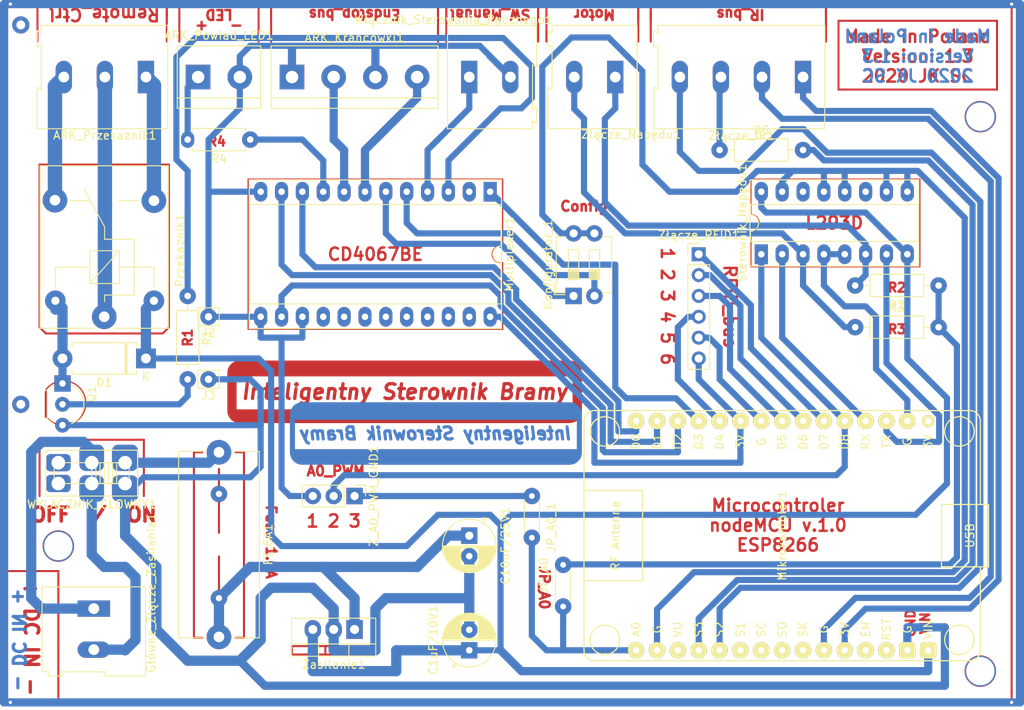
<source format=kicad_pcb>
(kicad_pcb (version 20171130) (host pcbnew "(5.1.7)-1")
  (title_block (title Projekt) (date 2020-11-21) (company "JK 2020"))
  (layers (0 F.Cu signal) (31 B.Cu signal) (34 B.Paste user hide) (35 F.Paste user) (36 B.SilkS user) (37 F.SilkS user) (38 B.Mask user) (39 F.Mask user) (44 Edge.Cuts user))
  (net 0 "")
  (net 1 "Net-(Konfigurator_1-Pad2)")
  (net 2 "Net-(Konfigurator_1-Pad1)")
  (net 3 "Net-(Multiplexer1-Pad23)")
  (net 4 "Net-(Multiplexer1-Pad22)")
  (net 5 "Net-(Multiplexer1-Pad21)")
  (net 6 "Net-(Multiplexer1-Pad20)")
  (net 7 "Net-(Multiplexer1-Pad19)")
  (net 8 "Net-(Multiplexer1-Pad18)")
  (net 9 "Net-(Multiplexer1-Pad17)")
  (net 10 "Net-(Multiplexer1-Pad16)")
  (net 11 "Net-(Mikrokontoler1-Pad28)")
  (net 12 "Net-(Mikrokontoler1-Pad27)")
  (net 13 "Net-(Mikrokontoler1-Pad29)")
  (net 14 "Net-(Mikrokontoler1-Pad30)")
  (net 15 "Net-(Multiplexer1-Pad4)")
  (net 16 "Net-(Mikrokontoler1-Pad26)")
  (net 17 "Net-(ARK_Przekaznik1-Pad2)")
  (net 18 "Net-(D1-Pad2)")
  (net 19 "Net-(ARK_Przekaznik1-Pad3)")
  (net 20 "Net-(ARK_Przekaznik1-Pad1)")
  (net 21 "Net-(Q1-Pad2)")
  (net 22 "Net-(Mikrokontoler1-Pad21)")
  (net 23 "Net-(Sterownik_Napędu1-Pad14)")
  (net 24 "Net-(Sterownik_Napędu1-Pad11)")
  (net 25 "Net-(Mikrokontoler1-Pad22)")
  (net 26 "Net-(Mikrokontoler1-Pad23)")
  (net 27 +12V)
  (net 28 /+5V)
  (net 29 /MUX_3Pin)
  (net 30 /A0)
  (net 31 "Net-(Mikrokontoler1-Pad19)")
  (net 32 "Net-(Mikrokontoler1-Pad18)")
  (net 33 "Net-(Mikrokontoler1-Pad13)")
  (net 34 "Net-(Mikrokontoler1-Pad12)")
  (net 35 "Net-(Mikrokontoler1-Pad9)")
  (net 36 "Net-(Mikrokontoler1-Pad8)")
  (net 37 "Net-(Mikrokontoler1-Pad7)")
  (net 38 "Net-(Mikrokontoler1-Pad6)")
  (net 39 "Net-(Mikrokontoler1-Pad3)")
  (net 40 "Net-(ARK_Powiad_LED1-Pad1)")
  (net 41 GND)
  (net 42 "Net-(F1,6A1-Pad1)")
  (net 43 /IR_receiver)
  (net 44 /IR_emitter)
  (net 45 "Net-(R2-Pad2)")
  (net 46 "Net-(R3-Pad1)")
  (net 47 "Net-(R5-Pad1)")
  (net 48 /+3V)
  (net 49 "Net-(C10uF/25V1-Pad1)")
  (net 50 "Net-(Multiplexer1-Pad9)")
  (net 51 "Net-(ARK_Krancowki1-Pad4)")
  (net 52 "Net-(ARK_Krancowki1-Pad2)")
  (net 53 "Net-(Multiplexer1-Pad2)")
  (net 54 "Net-(Mikrokontoler1-Pad11)")
  (net 55 "Net-(Mikrokontoler1-Pad10)")
  (net 56 "Net-(Mikrokontoler1-Pad2)")
  (net 57 /PWM_mDC)
  (net 58 "Net-(JP_A0_1-Pad1)")
  (module Resistor_THT:R_Axial_DIN0204_L3.6mm_D1.6mm_P5.08mm_Horizontal (layer F.Cu) (at -347.98 -526.034 90)
    (fp_text reference JP_A0 (at 3.81 -2.37 90) (layer F.SilkS))
    (fp_text value Jumper)
    (pad 2 thru_hole oval (at 5.08 0 90) (size 2 2) (drill 0.7) (layers *.Cu *.Mask) (net 30 /A0))
    (pad 1 thru_hole circle (at 0 0 90) (size 2 2) (drill 0.7) (layers *.Cu *.Mask) (net 30 /A0))
  )
  (module Resistor_THT:R_Axial_DIN0204_L3.6mm_D1.6mm_P5.08mm_Horizontal (layer F.Cu) (at -351.79 -539.496 270)
    (fp_text reference JP_A0_1 (at 3.81 -2.37 90) (layer F.SilkS))
    (fp_text value Jumper)
    (pad 2 thru_hole oval (at 5.08 0 270) (size 2 2) (drill 0.7) (layers *.Cu *.Mask) (net 30 /A0))
    (pad 1 thru_hole circle (at 0 0 270) (size 2 2) (drill 0.7) (layers *.Cu *.Mask) (net 58 "Net-(JP_A0_1-Pad1)"))
  )
  (module Connector_PinHeader_2.54mm:PinHeader_1x03_P2.54mm_Vertical (layer F.Cu) (at -373.38 -539.496 270)
    (fp_text reference Z_A0_PWM_GND1 (at 0 -2.33 90) (layer F.SilkS))
    (fp_text value Zlacze_dev)
    (pad 3 thru_hole oval (at 0 5.08 270) (size 2 2) (drill 1) (layers *.Cu *.Mask) (net 41 GND))
    (pad 2 thru_hole oval (at 0 2.54 270) (size 2 2) (drill 1) (layers *.Cu *.Mask) (net 57 /PWM_mDC))
    (pad 1 thru_hole rect (at 0 0 270) (size 2 2) (drill 1) (layers *.Cu *.Mask) (net 58 "Net-(JP_A0_1-Pad1)"))
  )
  (module Fuse:MocownaieFuseholder_Cylinder-5x20mm_Schurter_0031_8201_Horizontal_Open (layer F.Cu) (at -389.89 -544.83 270)
    (fp_text reference F1,6A1 (at 11.25 -6 90) (layer F.SilkS))
    (fp_text value Fuse)
    (pad 4 thru_hole circle (at 17.78 0 270) (size 2 2) (drill 0.762) (layers *.Cu *.Mask))
    (pad 3 thru_hole circle (at 5.08 0 270) (size 2 2) (drill 0.762) (layers *.Cu *.Mask))
    (pad "" np_thru_hole circle (at 11.25 0 270) (size 2.7 2.7) (drill 2.7) (layers *.Cu *.Mask))
    (pad 2 thru_hole circle (at 22.5 0 270) (size 3 3) (drill 1.3) (layers *.Cu *.Mask) (net 49 "Net-(C10uF/25V1-Pad1)"))
    (pad 1 thru_hole circle (at 0 0 270) (size 3 3) (drill 1.3) (layers *.Cu *.Mask) (net 42 "Net-(F1,6A1-Pad1)"))
  )
  (module Package_TO_SOT_THT:TO-92_Inline_Wide (layer F.Cu) (at -408.94 -553.212 270)
    (fp_text reference Q1 (at 1.27 -3.56 90) (layer F.SilkS))
    (fp_text value BC547)
    (pad 1 thru_hole rect (at 0 0 270) (size 2 2) (drill 0.8) (layers *.Cu *.Mask) (net 18 "Net-(D1-Pad2)"))
    (pad 3 thru_hole circle (at 5.08 0 270) (size 1.8 1.8) (drill 0.8) (layers *.Cu *.Mask) (net 41 GND))
    (pad 2 thru_hole circle (at 2.54 0 270) (size 1.8 1.8) (drill 0.8) (layers *.Cu *.Mask) (net 21 "Net-(Q1-Pad2)"))
  )
  (module Connector_PinHeader_2.54mm:PinHeader_1x06_P2.54mm_Vertical (layer F.Cu) (at -331.47 -568.96)
    (fp_text reference Złącze_RFID1 (at 0 -2.33) (layer F.SilkS))
    (fp_text value Conn_01x06_Female)
    (pad 6 thru_hole oval (at 0 12.7) (size 1.7 1.7) (drill 1) (layers *.Cu *.Mask) (net 48 /+3V))
    (pad 5 thru_hole oval (at 0 10.16) (size 1.7 1.7) (drill 1) (layers *.Cu *.Mask) (net 41 GND))
    (pad 4 thru_hole oval (at 0 7.62) (size 1.7 1.7) (drill 1) (layers *.Cu *.Mask) (net 16 "Net-(Mikrokontoler1-Pad26)"))
    (pad 3 thru_hole oval (at 0 5.08) (size 1.7 1.7) (drill 1) (layers *.Cu *.Mask) (net 26 "Net-(Mikrokontoler1-Pad23)"))
    (pad 2 thru_hole oval (at 0 2.54) (size 1.7 1.7) (drill 1) (layers *.Cu *.Mask) (net 25 "Net-(Mikrokontoler1-Pad22)"))
    (pad 1 thru_hole rect (at 0 0) (size 1.7 1.7) (drill 1) (layers *.Cu *.Mask) (net 22 "Net-(Mikrokontoler1-Pad21)"))
  )
  (module Button_Switch_THT:SW_E_DPDT (layer F.Cu) (at -401.32 -541.02 180)
    (fp_text reference WYLACZNIK_GLOWNY1 (at 4.064 -2.54) (layer F.SilkS))
    (fp_text value SW_DPST)
    (pad 2 thru_hole roundrect (at 0 0 180) (size 3.2 3.2) (drill 1.662 (offset 0 -0.6)) (layers *.Cu *.Mask) (net 41 GND))
    (pad 1 thru_hole roundrect (at 4.064 0 180) (size 3 3.2) (drill 1.662 (offset 0 -0.6)) (layers *.Cu *.Mask) (net 41 GND))
    (pad 6 thru_hole roundrect (at 8.128 2.54 180) (size 3 2.1) (drill 1.662) (layers *.Cu *.Mask))
    (pad 4 thru_hole roundrect (at 0 2.54 180) (size 3.2 3.2) (drill 1.662 (offset 0 0.6)) (layers *.Cu *.Mask) (net 42 "Net-(F1,6A1-Pad1)"))
    (pad 3 thru_hole roundrect (at 4.064 2.54 180) (size 3 3.2) (drill 1.662 (offset 0 0.6)) (layers *.Cu *.Mask) (net 27 +12V))
    (pad 5 thru_hole roundrect (at 8.128 0 180) (size 3 2.1) (drill 1.662) (layers *.Cu *.Mask))
  )
  (module Resistor_THT:R_Axial_DIN0207_L6.3mm_D2.5mm_P10.16mm_Horizontal (layer F.Cu) (at -312.42 -560.07)
    (fp_text reference R3 (at 5.08 -2.37) (layer F.SilkS))
    (fp_text value R330)
    (pad 1 thru_hole circle (at 0 0) (size 2 2) (drill 0.8) (layers *.Cu *.Mask) (net 46 "Net-(R3-Pad1)"))
    (pad 2 thru_hole oval (at 10.16 0) (size 2 2) (drill 0.8) (layers *.Cu *.Mask) (net 30 /A0))
  )
  (module TerminalBlock:TerminalBlock_Altech_AK300-2_P5.00mm (layer F.Cu) (at -341.63 -590.55 180)
    (fp_text reference Złącze_Napędu1 (at -1.92 -6.99) (layer F.SilkS))
    (fp_text value Conn_01x02_Female)
    (pad 2 thru_hole oval (at 5 0 180) (size 1.98 3.96) (drill 1.32) (layers *.Cu *.Mask) (net 46 "Net-(R3-Pad1)"))
    (pad 1 thru_hole rect (at 0 0 180) (size 1.98 3.96) (drill 1.32) (layers *.Cu *.Mask) (net 45 "Net-(R2-Pad2)"))
  )
  (module TerminalBlock:TerminalBlock_Altech_AK300-4_P5.00mm (layer F.Cu) (at -318.77 -590.55 180)
    (fp_text reference Złącze_IR1 (at 7.5 -7.15) (layer F.SilkS))
    (fp_text value 01)
    (pad 1 thru_hole rect (at 0 0 180) (size 1.98 3.96) (drill 1.32) (layers *.Cu *.Mask) (net 54 "Net-(Mikrokontoler1-Pad11)"))
    (pad 2 thru_hole oval (at 5 0 180) (size 1.98 3.96) (drill 1.32) (layers *.Cu *.Mask) (net 55 "Net-(Mikrokontoler1-Pad10)"))
    (pad 4 thru_hole oval (at 15 0 180) (size 1.98 3.96) (drill 1.32) (layers *.Cu *.Mask) (net 43 /IR_receiver))
    (pad 3 thru_hole oval (at 10 0 180) (size 1.98 3.96) (drill 1.32) (layers *.Cu *.Mask) (net 47 "Net-(R5-Pad1)"))
  )
  (module Package_TO_SOT_THT:TO-220-3_Vertical (layer F.Cu) (at -373.38 -523.24 180)
    (fp_text reference Zasilanie1 (at 2.54 -4.27) (layer F.SilkS))
    (fp_text value LM7805_TO220)
    (pad 3 thru_hole oval (at 5.08 0 180) (size 2 2.3) (drill 1.1) (layers *.Cu *.Mask) (net 28 /+5V))
    (pad 2 thru_hole oval (at 2.54 0 180) (size 2 2.3) (drill 1.1) (layers *.Cu *.Mask) (net 41 GND))
    (pad 1 thru_hole rect (at 0 0 180) (size 2 2.3) (drill 1.1) (layers *.Cu *.Mask) (net 49 "Net-(C10uF/25V1-Pad1)"))
  )
  (module TerminalBlock:TerminalBlock_Altech_AK300-2_P5.00mm (layer F.Cu) (at -359.41 -590.55)
    (fp_text reference Włącznik_Sterowania_Ręcznego1 (at -1.92 -6.99) (layer F.SilkS))
    (fp_text value SW_Push)
    (pad 1 thru_hole rect (at 0 0) (size 1.98 3.96) (drill 1.32) (layers *.Cu *.Mask) (net 15 "Net-(Multiplexer1-Pad4)"))
    (pad 2 thru_hole oval (at 5 0) (size 1.98 3.96) (drill 1.32) (layers *.Cu *.Mask) (net 41 GND))
  )
  (module Package_DIP:DIP-16_W7.62mm_Socket_LongPads (layer F.Cu) (at -323.85 -568.96 90)
    (fp_text reference Sterownik_Napędu1 (at 3.81 -2.33 90) (layer F.SilkS))
    (fp_text value L293D)
    (pad 1 thru_hole rect (at 0 0 90) (size 2.4 1.6) (drill 0.8) (layers *.Cu *.Mask) (net 57 /PWM_mDC))
    (pad 9 thru_hole oval (at 7.62 17.78 90) (size 2.4 1.6) (drill 0.8) (layers *.Cu *.Mask) (net 41 GND))
    (pad 2 thru_hole oval (at 0 2.54 90) (size 2.4 1.6) (drill 0.8) (layers *.Cu *.Mask) (net 31 "Net-(Mikrokontoler1-Pad19)"))
    (pad 10 thru_hole oval (at 7.62 15.24 90) (size 2.4 1.6) (drill 0.8) (layers *.Cu *.Mask) (net 41 GND))
    (pad 3 thru_hole oval (at 0 5.08 90) (size 2.4 1.6) (drill 0.8) (layers *.Cu *.Mask) (net 46 "Net-(R3-Pad1)"))
    (pad 11 thru_hole oval (at 7.62 12.7 90) (size 2.4 1.6) (drill 0.8) (layers *.Cu *.Mask) (net 24 "Net-(Sterownik_Napędu1-Pad11)"))
    (pad 4 thru_hole oval (at 0 7.62 90) (size 2.4 1.6) (drill 0.8) (layers *.Cu *.Mask) (net 41 GND))
    (pad 12 thru_hole oval (at 7.62 10.16 90) (size 2.4 1.6) (drill 0.8) (layers *.Cu *.Mask) (net 41 GND))
    (pad 5 thru_hole oval (at 0 10.16 90) (size 2.4 1.6) (drill 0.8) (layers *.Cu *.Mask) (net 41 GND))
    (pad 13 thru_hole oval (at 7.62 7.62 90) (size 2.4 1.6) (drill 0.8) (layers *.Cu *.Mask) (net 41 GND))
    (pad 6 thru_hole oval (at 0 12.7 90) (size 2.4 1.6) (drill 0.8) (layers *.Cu *.Mask) (net 45 "Net-(R2-Pad2)"))
    (pad 14 thru_hole oval (at 7.62 5.08 90) (size 2.4 1.6) (drill 0.8) (layers *.Cu *.Mask) (net 23 "Net-(Sterownik_Napędu1-Pad14)"))
    (pad 7 thru_hole oval (at 0 15.24 90) (size 2.4 1.6) (drill 0.8) (layers *.Cu *.Mask) (net 32 "Net-(Mikrokontoler1-Pad18)"))
    (pad 15 thru_hole oval (at 7.62 2.54 90) (size 2.4 1.6) (drill 0.8) (layers *.Cu *.Mask) (net 41 GND))
    (pad 8 thru_hole oval (at 0 17.78 90) (size 2.4 1.6) (drill 0.8) (layers *.Cu *.Mask) (net 28 /+5V))
    (pad 16 thru_hole oval (at 7.62 0 90) (size 2.4 1.6) (drill 0.8) (layers *.Cu *.Mask) (net 28 /+5V))
  )
  (module Resistor_THT:R_Axial_DIN0207_L6.3mm_D2.5mm_P10.16mm_Horizontal (layer F.Cu) (at -328.93 -581.66)
    (fp_text reference R5 (at 5.08 -2.37) (layer F.SilkS))
    (fp_text value R100)
    (pad 2 thru_hole oval (at 10.16 0) (size 2 2) (drill 0.8) (layers *.Cu *.Mask) (net 44 /IR_emitter))
    (pad 1 thru_hole circle (at 0 0) (size 2 2) (drill 0.8) (layers *.Cu *.Mask) (net 47 "Net-(R5-Pad1)"))
  )
  (module Resistor_THT:R_Axial_DIN0207_L6.3mm_D2.5mm_P7.62mm_Horizontal (layer F.Cu) (at -386.08 -582.93 180)
    (fp_text reference R4 (at 3.81 -2.37) (layer F.SilkS))
    (fp_text value R330)
    (pad 2 thru_hole oval (at 7.62 0 180) (size 1.6 2) (drill 0.8) (layers *.Cu *.Mask) (net 40 "Net-(ARK_Powiad_LED1-Pad1)"))
    (pad 1 thru_hole circle (at 0 0 180) (size 2 2) (drill 0.8) (layers *.Cu *.Mask) (net 50 "Net-(Multiplexer1-Pad9)"))
  )
  (module Resistor_THT:R_Axial_DIN0207_L6.3mm_D2.5mm_P10.16mm_Horizontal (layer F.Cu) (at -302.26 -565.15 180)
    (fp_text reference R2 (at 5.08 -2.37) (layer F.SilkS))
    (fp_text value R220)
    (pad 1 thru_hole circle (at 0 0 180) (size 2 2) (drill 0.8) (layers *.Cu *.Mask) (net 30 /A0))
    (pad 2 thru_hole oval (at 10.16 0 180) (size 2 2) (drill 0.8) (layers *.Cu *.Mask) (net 45 "Net-(R2-Pad2)"))
  )
  (module Resistor_THT:R_Axial_DIN0207_L6.3mm_D2.5mm_P10.16mm_Horizontal (layer F.Cu) (at -393.7 -563.88 270)
    (fp_text reference R1 (at 5.08 -2.37 90) (layer F.SilkS))
    (fp_text value R5k)
    (pad 2 thru_hole oval (at 10.16 0 270) (size 2 2) (drill 0.8) (layers *.Cu *.Mask) (net 21 "Net-(Q1-Pad2)"))
    (pad 1 thru_hole circle (at 0 0 270) (size 2 2) (drill 0.8) (layers *.Cu *.Mask) (net 29 /MUX_3Pin))
  )
  (module Relay_THT:Relay_SPDT_SANYOU_SRD_Series_Form_C (layer F.Cu) (at -403.86 -561.34 90)
    (fp_text reference Przekaznik1 (at 8.1 9.2 90) (layer F.SilkS))
    (fp_text value SANYOU_SRD_Form_C)
    (pad 1 thru_hole circle (at 0 0 180) (size 3 3) (drill 1.3) (layers *.Cu *.Mask) (net 17 "Net-(ARK_Przekaznik1-Pad2)"))
    (pad 5 thru_hole circle (at 1.95 -5.95 180) (size 2.5 2.5) (drill 1) (layers *.Cu *.Mask) (net 18 "Net-(D1-Pad2)"))
    (pad 4 thru_hole circle (at 14.2 -6 180) (size 3 3) (drill 1.3) (layers *.Cu *.Mask) (net 19 "Net-(ARK_Przekaznik1-Pad3)"))
    (pad 3 thru_hole circle (at 14.15 6.05 180) (size 3 3) (drill 1.3) (layers *.Cu *.Mask) (net 20 "Net-(ARK_Przekaznik1-Pad1)"))
    (pad 2 thru_hole circle (at 1.95 6.05 180) (size 2.5 2.5) (drill 1) (layers *.Cu *.Mask) (net 28 /+5V))
  )
  (module Package_DIP:DIP-24_W15.24mm_Socket_LongPads (layer F.Cu) (at -356.87 -576.58 270)
    (fp_text reference Multiplexer1 (at 7.62 -2.33 90) (layer F.SilkS))
    (fp_text value CD4067BE)
    (pad 24 thru_hole oval (at 15.24 0 270) (size 2.4 1.6) (drill 0.8) (layers *.Cu *.Mask) (net 48 /+3V))
    (pad 12 thru_hole oval (at 0 27.94 270) (size 2.4 1.6) (drill 0.8) (layers *.Cu *.Mask) (net 41 GND))
    (pad 23 thru_hole oval (at 15.24 2.54 270) (size 2.4 1.6) (drill 0.8) (layers *.Cu *.Mask) (net 3 "Net-(Multiplexer1-Pad23)"))
    (pad 11 thru_hole oval (at 0 25.4 270) (size 2.4 1.6) (drill 0.8) (layers *.Cu *.Mask) (net 13 "Net-(Mikrokontoler1-Pad29)"))
    (pad 22 thru_hole oval (at 15.24 5.08 270) (size 2.4 1.6) (drill 0.8) (layers *.Cu *.Mask) (net 4 "Net-(Multiplexer1-Pad22)"))
    (pad 10 thru_hole oval (at 0 22.86 270) (size 2.4 1.6) (drill 0.8) (layers *.Cu *.Mask) (net 14 "Net-(Mikrokontoler1-Pad30)"))
    (pad 21 thru_hole oval (at 15.24 7.62 270) (size 2.4 1.6) (drill 0.8) (layers *.Cu *.Mask) (net 5 "Net-(Multiplexer1-Pad21)"))
    (pad 9 thru_hole oval (at 0 20.32 270) (size 2.4 1.6) (drill 0.8) (layers *.Cu *.Mask) (net 50 "Net-(Multiplexer1-Pad9)"))
    (pad 20 thru_hole oval (at 15.24 10.16 270) (size 2.4 1.6) (drill 0.8) (layers *.Cu *.Mask) (net 6 "Net-(Multiplexer1-Pad20)"))
    (pad 8 thru_hole oval (at 0 17.78 270) (size 2.4 1.6) (drill 0.8) (layers *.Cu *.Mask) (net 52 "Net-(ARK_Krancowki1-Pad2)"))
    (pad 19 thru_hole oval (at 15.24 12.7 270) (size 2.4 1.6) (drill 0.8) (layers *.Cu *.Mask) (net 7 "Net-(Multiplexer1-Pad19)"))
    (pad 7 thru_hole oval (at 0 15.24 270) (size 2.4 1.6) (drill 0.8) (layers *.Cu *.Mask) (net 51 "Net-(ARK_Krancowki1-Pad4)"))
    (pad 18 thru_hole oval (at 15.24 15.24 270) (size 2.4 1.6) (drill 0.8) (layers *.Cu *.Mask) (net 8 "Net-(Multiplexer1-Pad18)"))
    (pad 6 thru_hole oval (at 0 12.7 270) (size 2.4 1.6) (drill 0.8) (layers *.Cu *.Mask) (net 2 "Net-(Konfigurator_1-Pad1)"))
    (pad 17 thru_hole oval (at 15.24 17.78 270) (size 2.4 1.6) (drill 0.8) (layers *.Cu *.Mask) (net 9 "Net-(Multiplexer1-Pad17)"))
    (pad 5 thru_hole oval (at 0 10.16 270) (size 2.4 1.6) (drill 0.8) (layers *.Cu *.Mask) (net 1 "Net-(Konfigurator_1-Pad2)"))
    (pad 16 thru_hole oval (at 15.24 20.32 270) (size 2.4 1.6) (drill 0.8) (layers *.Cu *.Mask) (net 10 "Net-(Multiplexer1-Pad16)"))
    (pad 4 thru_hole oval (at 0 7.62 270) (size 2.4 1.6) (drill 0.8) (layers *.Cu *.Mask) (net 15 "Net-(Multiplexer1-Pad4)"))
    (pad 15 thru_hole oval (at 15.24 22.86 270) (size 2.4 1.6) (drill 0.8) (layers *.Cu *.Mask) (net 41 GND))
    (pad 3 thru_hole oval (at 0 5.08 270) (size 2.4 1.6) (drill 0.8) (layers *.Cu *.Mask) (net 29 /MUX_3Pin))
    (pad 14 thru_hole oval (at 15.24 25.4 270) (size 2.4 1.6) (drill 0.8) (layers *.Cu *.Mask) (net 11 "Net-(Mikrokontoler1-Pad28)"))
    (pad 2 thru_hole oval (at 0 2.54 270) (size 2.4 1.6) (drill 0.8) (layers *.Cu *.Mask) (net 53 "Net-(Multiplexer1-Pad2)"))
    (pad 13 thru_hole oval (at 15.24 27.94 270) (size 2.4 1.6) (drill 0.8) (layers *.Cu *.Mask) (net 41 GND))
    (pad 1 thru_hole rect (at 0 0 270) (size 2.4 1.6) (drill 0.8) (layers *.Cu *.Mask) (net 12 "Net-(Mikrokontoler1-Pad27)"))
  )
  (module "ESP8266:NodeMCU1.0(12-E)" (layer F.Cu) (at -321.31 -534.67 90)
    (fp_text reference Mikrokontoler1 (at 0 0 90) (layer F.SilkS))
    (fp_text value "NodeMCU1.0(ESP-12E)")
    (fp_text user USB (at 0 22.86 90) (layer F.SilkS))
    (fp_text user "RF Antenna" (at 0 -20.32 90) (layer F.SilkS))
    (fp_text user VIN (at -11.43 17.78 90) (layer F.SilkS))
    (fp_text user G (at -11.43 15.24 90) (layer F.SilkS))
    (fp_text user RST (at -11.43 12.7 90) (layer F.SilkS))
    (fp_text user EN (at -11.43 10.16 90) (layer F.SilkS))
    (fp_text user 3V (at -11.43 7.62 90) (layer F.SilkS))
    (fp_text user G (at -11.43 5.08 90) (layer F.SilkS))
    (fp_text user SK (at -11.43 2.54 90) (layer F.SilkS))
    (fp_text user SO (at -11.43 0 90) (layer F.SilkS))
    (fp_text user SC (at -11.43 -2.54 90) (layer F.SilkS))
    (fp_text user S1 (at -11.43 -5.08 90) (layer F.SilkS))
    (fp_text user S2 (at -11.43 -7.62 90) (layer F.SilkS))
    (fp_text user S3 (at -11.43 -10.16 90) (layer F.SilkS))
    (fp_text user VU (at -11.43 -12.7 90) (layer F.SilkS))
    (fp_text user G (at -11.43 -15.24 90) (layer F.SilkS))
    (fp_text user A0 (at -11.43 -17.78 90) (layer F.SilkS))
    (fp_text user 3V (at 11.43 17.78 90) (layer F.SilkS))
    (fp_text user G (at 11.43 15.24 90) (layer F.SilkS))
    (fp_text user TX (at 11.43 12.7 90) (layer F.SilkS))
    (fp_text user RX (at 11.43 10.16 90) (layer F.SilkS))
    (fp_text user D8 (at 11.43 7.62 90) (layer F.SilkS))
    (fp_text user D7 (at 11.43 5.08 90) (layer F.SilkS))
    (fp_text user D6 (at 11.43 2.54 90) (layer F.SilkS))
    (fp_text user D5 (at 11.43 0 90) (layer F.SilkS))
    (fp_text user G (at 11.43 -2.54 90) (layer F.SilkS))
    (fp_text user 3V (at 11.43 -5.08 90) (layer F.SilkS))
    (fp_text user D4 (at 11.43 -7.62 90) (layer F.SilkS))
    (fp_text user D3 (at 11.43 -10.16 90) (layer F.SilkS))
    (fp_text user D2 (at 11.43 -12.7 90) (layer F.SilkS))
    (fp_text user D1 (at 11.43 -15.24 90) (layer F.SilkS))
    (fp_text user D0 (at 11.43 -17.78 90) (layer F.SilkS))
    (pad 1 thru_hole circle (at -13.97 -17.78 90) (size 2 2) (drill 0.762) (layers *.Cu *.Mask F.SilkS) (net 30 /A0))
    (pad 2 thru_hole circle (at -13.97 -15.24 90) (size 2 2) (drill 0.762) (layers *.Cu *.Mask F.SilkS) (net 56 "Net-(Mikrokontoler1-Pad2)"))
    (pad 3 thru_hole circle (at -13.97 -12.7 90) (size 2 2) (drill 0.762) (layers *.Cu *.Mask F.SilkS) (net 39 "Net-(Mikrokontoler1-Pad3)"))
    (pad 4 thru_hole circle (at -13.97 -10.16 90) (size 2 2) (drill 0.762) (layers *.Cu *.Mask F.SilkS) (net 44 /IR_emitter))
    (pad 5 thru_hole circle (at -13.97 -7.62 90) (size 2 2) (drill 0.762) (layers *.Cu *.Mask F.SilkS) (net 43 /IR_receiver))
    (pad 6 thru_hole circle (at -13.97 -5.08 90) (size 2 2) (drill 0.762) (layers *.Cu *.Mask F.SilkS) (net 38 "Net-(Mikrokontoler1-Pad6)"))
    (pad 7 thru_hole circle (at -13.97 -2.54 90) (size 2 2) (drill 0.762) (layers *.Cu *.Mask F.SilkS) (net 37 "Net-(Mikrokontoler1-Pad7)"))
    (pad 8 thru_hole circle (at -13.97 0 90) (size 2 2) (drill 0.762) (layers *.Cu *.Mask F.SilkS) (net 36 "Net-(Mikrokontoler1-Pad8)"))
    (pad 9 thru_hole circle (at -13.97 2.54 90) (size 2 2) (drill 0.762) (layers *.Cu *.Mask F.SilkS) (net 35 "Net-(Mikrokontoler1-Pad9)"))
    (pad 10 thru_hole circle (at -13.97 5.08 90) (size 2 2) (drill 0.762) (layers *.Cu *.Mask F.SilkS) (net 55 "Net-(Mikrokontoler1-Pad10)"))
    (pad 11 thru_hole circle (at -13.97 7.62 90) (size 2 2) (drill 0.762) (layers *.Cu *.Mask F.SilkS) (net 54 "Net-(Mikrokontoler1-Pad11)"))
    (pad 12 thru_hole circle (at -13.97 10.16 90) (size 2 2) (drill 0.762) (layers *.Cu *.Mask F.SilkS) (net 34 "Net-(Mikrokontoler1-Pad12)"))
    (pad 13 thru_hole circle (at -13.97 12.7 90) (size 2 2) (drill 0.762) (layers *.Cu *.Mask F.SilkS) (net 33 "Net-(Mikrokontoler1-Pad13)"))
    (pad 14 thru_hole roundrect (at -13.97 15.24 90) (size 2 2) (drill 0.762) (layers *.Cu *.Mask F.SilkS) (net 41 GND))
    (pad 15 thru_hole roundrect (at -13.97 17.78 90) (size 2 2) (drill 0.762) (layers *.Cu *.Mask F.SilkS) (net 28 /+5V))
    (pad 16 thru_hole circle (at 13.97 17.78 90) (size 1.5 1.5) (drill 0.762) (layers *.Cu *.Mask F.SilkS) (net 48 /+3V))
    (pad 17 thru_hole circle (at 13.97 15.24 90) (size 2 2) (drill 0.762) (layers *.Cu *.Mask F.SilkS) (net 41 GND))
    (pad 18 thru_hole circle (at 13.97 12.7 90) (size 2 2) (drill 0.762) (layers *.Cu *.Mask F.SilkS) (net 32 "Net-(Mikrokontoler1-Pad18)"))
    (pad 19 thru_hole circle (at 13.97 10.16 90) (size 2 2) (drill 0.762) (layers *.Cu *.Mask F.SilkS) (net 31 "Net-(Mikrokontoler1-Pad19)"))
    (pad 20 thru_hole circle (at 13.97 7.62 90) (size 2 2) (drill 0.762) (layers *.Cu *.Mask F.SilkS) (net 57 /PWM_mDC))
    (pad 21 thru_hole circle (at 13.97 5.08 90) (size 2 2) (drill 0.762) (layers *.Cu *.Mask F.SilkS) (net 22 "Net-(Mikrokontoler1-Pad21)"))
    (pad 22 thru_hole circle (at 13.97 2.54 90) (size 2 2) (drill 0.762) (layers *.Cu *.Mask F.SilkS) (net 25 "Net-(Mikrokontoler1-Pad22)"))
    (pad 23 thru_hole circle (at 13.97 0 90) (size 2 2) (drill 0.762) (layers *.Cu *.Mask F.SilkS) (net 26 "Net-(Mikrokontoler1-Pad23)"))
    (pad 24 thru_hole circle (at 13.97 -2.54 90) (size 2 2) (drill 0.762) (layers *.Cu *.Mask F.SilkS) (net 41 GND))
    (pad 25 thru_hole circle (at 13.97 -5.08 90) (size 2 2) (drill 0.762) (layers *.Cu *.Mask F.SilkS) (net 48 /+3V))
    (pad 26 thru_hole circle (at 13.97 -7.62 90) (size 2 2) (drill 0.762) (layers *.Cu *.Mask F.SilkS) (net 16 "Net-(Mikrokontoler1-Pad26)"))
    (pad 27 thru_hole circle (at 13.97 -10.16 90) (size 2 2) (drill 0.762) (layers *.Cu *.Mask F.SilkS) (net 12 "Net-(Mikrokontoler1-Pad27)"))
    (pad 28 thru_hole circle (at 13.97 -12.7 90) (size 2 2) (drill 0.762) (layers *.Cu *.Mask F.SilkS) (net 11 "Net-(Mikrokontoler1-Pad28)"))
    (pad 29 thru_hole circle (at 13.97 -15.24 90) (size 2 2) (drill 0.762) (layers *.Cu *.Mask F.SilkS) (net 13 "Net-(Mikrokontoler1-Pad29)"))
    (pad 30 thru_hole circle (at 13.97 -17.78 90) (size 2 2) (drill 0.762) (layers *.Cu *.Mask F.SilkS) (net 14 "Net-(Mikrokontoler1-Pad30)"))
  )
  (module Button_Switch_THT:SW_DIP_SPSTx02_Slide_6.7x6.64mm_W7.62mm_P2.54mm_LowProfile (layer F.Cu) (at -346.71 -563.88 90)
    (fp_text reference Konfigurator_1 (at 3.81 -3.11 90) (layer F.SilkS))
    (fp_text value SW_DIP_x02)
    (pad 4 thru_hole oval (at 7.62 0 90) (size 2 2) (drill 1) (layers *.Cu *.Mask) (net 41 GND))
    (pad 2 thru_hole oval (at 0 2.54 90) (size 2 2) (drill 1) (layers *.Cu *.Mask) (net 1 "Net-(Konfigurator_1-Pad2)"))
    (pad 3 thru_hole oval (at 7.62 2.54 90) (size 2 2) (drill 1) (layers *.Cu *.Mask) (net 41 GND))
    (pad 1 thru_hole rect (at 0 0 90) (size 2 2) (drill 1) (layers *.Cu *.Mask) (net 2 "Net-(Konfigurator_1-Pad1)"))
  )
  (module Connector_Pin:Pin_D0.9mm_L10.0mm_W2.4mm_FlatFork (layer F.Cu) (at -391.16 -553.72)
    (fp_text reference J3 (at 0 1.95) (layer F.SilkS))
    (fp_text value Conn_01x01_Male)
    (pad 1 thru_hole circle (at 0 0) (size 2 2) (drill 0.9) (layers *.Cu *.Mask) (net 41 GND))
  )
  (module Connector_Pin:Pin_D0.9mm_L10.0mm_W2.4mm_FlatFork (layer F.Cu) (at -391.16 -561.34)
    (fp_text reference J2 (at 0 1.95) (layer F.SilkS))
    (fp_text value Conn_01x01_Female)
    (pad 1 thru_hole circle (at 0 0) (size 2 2) (drill 0.9) (layers *.Cu *.Mask) (net 41 GND))
  )
  (module TerminalBlock:TerminalBlock_Altech_AK300-2_P5.00mm (layer F.Cu) (at -405.13 -525.78 270)
    (fp_text reference Główne_Złącze_Zasilania1 (at -1.92 -6.99 90) (layer F.SilkS))
    (fp_text value Conn_01x02_Female)
    (pad 1 thru_hole rect (at 0 0 270) (size 1.98 3.96) (drill 1.32) (layers *.Cu *.Mask) (net 27 +12V))
    (pad 2 thru_hole oval (at 5 0 270) (size 1.98 3.96) (drill 1.32) (layers *.Cu *.Mask) (net 41 GND))
  )
  (module Diode_THT:D_DO-15_P10.16mm_Horizontal (layer F.Cu) (at -398.78 -556.26 180)
    (fp_text reference D1 (at 5.08 -2.92) (layer F.SilkS))
    (fp_text value D)
    (fp_text user K (at 0 -2.2) (layer F.SilkS))
    (pad 2 thru_hole oval (at 10.16 0 180) (size 2.4 2.4) (drill 1.2) (layers *.Cu *.Mask) (net 18 "Net-(D1-Pad2)"))
    (pad 1 thru_hole rect (at 0 0 180) (size 2.4 2.4) (drill 1.2) (layers *.Cu *.Mask) (net 28 /+5V))
  )
  (module Capacitor_THT:CP_Radial_D6.3mm_P2.50mm (layer F.Cu) (at -359.41 -520.7 90)
    (fp_text reference C1uF/10V1 (at 1.25 -4.4 90) (layer F.SilkS))
    (fp_text value CP1)
    (pad 2 thru_hole circle (at 2.5 0 90) (size 2 2) (drill 0.8) (layers *.Cu *.Mask) (net 41 GND))
    (pad 1 thru_hole rect (at 0 0 90) (size 2 2) (drill 0.8) (layers *.Cu *.Mask) (net 28 /+5V))
  )
  (module Capacitor_THT:CP_Radial_D6.3mm_P2.50mm (layer F.Cu) (at -359.41 -534.67 270)
    (fp_text reference C10uF/25V1 (at 1.25 -4.4 90) (layer F.SilkS))
    (fp_text value CP1)
    (pad 2 thru_hole circle (at 2.5 0 270) (size 2 2) (drill 0.8) (layers *.Cu *.Mask) (net 41 GND))
    (pad 1 thru_hole rect (at 0 0 270) (size 2 2) (drill 1) (layers *.Cu *.Mask) (net 49 "Net-(C10uF/25V1-Pad1)"))
  )
  (module TerminalBlock:TerminalBlock_Altech_AK300-3_P5.00mm (layer F.Cu) (at -398.78 -590.55 180)
    (fp_text reference ARK_Przekaznik1 (at 5 -7.1) (layer F.SilkS))
    (fp_text value Conn_01x03_Male)
    (pad 3 thru_hole oval (at 10 0 180) (size 1.98 3.96) (drill 1.32) (layers *.Cu *.Mask) (net 19 "Net-(ARK_Przekaznik1-Pad3)"))
    (pad 2 thru_hole oval (at 5 0 180) (size 1.98 3.96) (drill 1.32) (layers *.Cu *.Mask) (net 17 "Net-(ARK_Przekaznik1-Pad2)"))
    (pad 1 thru_hole rect (at 0 0 180) (size 1.98 3.96) (drill 1.32) (layers *.Cu *.Mask) (net 20 "Net-(ARK_Przekaznik1-Pad1)"))
  )
  (module TerminalBlock:TerminalBlock_bornier-2_P5.08mm (layer F.Cu) (at -392.43 -590.55)
    (fp_text reference ARK_Powiad_LED1 (at 2.54 -5.08) (layer F.SilkS))
    (fp_text value Conn_01x02_Female)
    (pad 2 thru_hole circle (at 5.08 0) (size 3 3) (drill 1.52) (layers *.Cu *.Mask) (net 41 GND))
    (pad 1 thru_hole rect (at 0 0) (size 3 3) (drill 1.52) (layers *.Cu *.Mask) (net 40 "Net-(ARK_Powiad_LED1-Pad1)"))
  )
  (module TerminalBlock:TerminalBlock_bornier-4_P5.08mm (layer F.Cu) (at -381 -590.55)
    (fp_text reference ARK_Krancowki1 (at 7.6 -4.8) (layer F.SilkS))
    (fp_text value Conn_01x04_Female)
    (pad 2 thru_hole circle (at 5.08 0) (size 3 3) (drill 1.52) (layers *.Cu *.Mask) (net 52 "Net-(ARK_Krancowki1-Pad2)"))
    (pad 3 thru_hole circle (at 10.16 0) (size 3 3) (drill 1.52) (layers *.Cu *.Mask) (net 41 GND))
    (pad 1 thru_hole rect (at 0 0) (size 3 3) (drill 1.52) (layers *.Cu *.Mask) (net 41 GND))
    (pad 4 thru_hole circle (at 15.24 0) (size 3 3) (drill 1.52) (layers *.Cu *.Mask) (net 51 "Net-(ARK_Krancowki1-Pad4)"))
  )
  (gr_circle (center -409.448 -533.4) (end -407.598852 -533.4) (layer F.Cu) (width 0.15))
  (gr_circle (center -409.448 -533.4) (end -407.651949 -533.4) (layer B.Cu) (width 0.15))
  (gr_text JP_A0 (at -350.266 -528.32 -90) (layer F.Cu) (effects (font (size 1.2 1.2) (thickness 0.3))))
  (gr_text A0_PWM (at -375.666 -542.544) (layer F.Cu) (effects (font (size 1.2 1.2) (thickness 0.3))))
  (gr_text "1 2 3" (at -375.92 -536.448) (layer F.Cu) (effects (font (size 1.5 1.5) (thickness 0.3))))
  (gr_circle (center -414.02 -550.672) (end -413.216781 -550.672) (layer F.Cu) (width 0.5))
  (gr_circle (center -414.02 -550.672) (end -413.216781 -550.672) (layer B.Cu) (width 0.5))
  (gr_circle (center -414.02 -596.9) (end -413.216781 -596.9) (layer B.Cu) (width 0.5))
  (gr_circle (center -414.02 -596.9) (end -413.216781 -596.9) (layer F.Cu) (width 0.5))
  (gr_text "- DC IN +" (at -414.274 -521.97 -90) (layer B.Cu) (effects (font (size 1.5 1.5) (thickness 0.375)) (justify mirror)))
  (gr_text "GND\nVIN" (at -304.8 -524.002 90) (layer F.Cu) (effects (font (size 1.1 1.1) (thickness 0.275))))
  (gr_arc (start -408.811956 -550.829967) (end -410.843955 -549.051968) (angle -281.9) (layer F.Cu) (width 0.15))
  (gr_circle (center -297.18 -518.16) (end -295.330852 -518.16) (layer F.Cu) (width 0.15))
  (gr_circle (center -297.18 -518.16) (end -295.383949 -518.16) (layer B.Cu) (width 0.15))
  (gr_circle (center -297.18 -585.724) (end -295.383949 -585.724) (layer B.Cu) (width 0.15))
  (gr_circle (center -297.18 -585.724) (end -295.330852 -585.724) (layer F.Cu) (width 0.15))
  (gr_line (start -325.12 -567.436) (end -325.12 -571.754) (layer F.Cu) (width 0.15))
  (gr_line (start -304.546 -567.436) (end -325.12 -567.436) (layer F.Cu) (width 0.15))
  (gr_line (start -304.546 -578.104) (end -304.546 -567.436) (layer F.Cu) (width 0.15))
  (gr_line (start -325.12 -578.104) (end -304.546 -578.104) (layer F.Cu) (width 0.15))
  (gr_line (start -325.12 -573.786) (end -325.12 -578.104) (layer F.Cu) (width 0.15))
  (gr_line (start -386.334 -559.816) (end -386.334 -578.104) (layer F.Cu) (width 0.15))
  (gr_line (start -355.346 -559.816) (end -386.334 -559.816) (layer F.Cu) (width 0.15))
  (gr_line (start -355.346 -567.944) (end -355.346 -559.816) (layer F.Cu) (width 0.15))
  (gr_line (start -355.6 -567.944) (end -355.346 -567.944) (layer F.Cu) (width 0.15))
  (gr_line (start -355.346 -569.976) (end -355.6 -569.976) (layer F.Cu) (width 0.15))
  (gr_line (start -355.346 -578.104) (end -355.346 -569.976) (layer F.Cu) (width 0.15))
  (gr_line (start -386.334 -578.104) (end -355.346 -578.104) (layer F.Cu) (width 0.15))
  (gr_arc (start -325.12 -572.77) (end -325.12 -571.754) (angle -180) (layer F.Cu) (width 0.15))
  (gr_arc (start -355.6 -568.96) (end -355.6 -569.976) (angle -180) (layer F.Cu) (width 0.15))
  (gr_text R3 (at -307.34 -559.816) (layer F.Cu) (effects (font (size 1.1 1.1) (thickness 0.275))))
  (gr_text R2 (at -307.34 -564.896) (layer F.Cu) (effects (font (size 1.1 1.1) (thickness 0.275))))
  (gr_text R4 (at -390.144 -582.676) (layer F.Cu) (effects (font (size 1.1 1.1) (thickness 0.275))))
  (gr_text R1 (at -393.7 -558.8 90) (layer F.Cu) (effects (font (size 1.1 1.1) (thickness 0.275))))
  (gr_text L293D (at -314.96 -572.77) (layer F.Cu) (effects (font (size 1.5 1.5) (thickness 0.3))))
  (gr_text CD4067BE (at -370.84 -568.96) (layer F.Cu) (effects (font (size 1.5 1.5) (thickness 0.3))))
  (gr_text "Microcontroler\nnodeMCU v.1.0\nESP8266" (at -321.818 -535.94) (layer F.Cu) (effects (font (size 1.5 1.5) (thickness 0.3))))
  (gr_text Config (at -345.44 -574.802) (layer F.Cu) (effects (font (size 1.2 1.2) (thickness 0.3))))
  (gr_text "1 2 3 4 5 6" (at -335.28 -562.61 -90) (layer F.Cu) (effects (font (size 1.5 1.5) (thickness 0.3))))
  (gr_text RFID_bus (at -327.66 -562.61 -90) (layer F.Cu) (effects (font (size 1.5 1.5) (thickness 0.3))))
  (gr_text "OFF  /  ON" (at -405.13 -537.21) (layer F.Cu) (effects (font (size 1.7 1.7) (thickness 0.425))))
  (gr_text Remote_Ctrl (at -403.86 -598.17 -180) (layer F.Cu) (effects (font (size 1.5 1.5) (thickness 0.3))))
  (gr_text LED (at -389.89 -598.17 -180) (layer F.Cu) (effects (font (size 1.2 1.2) (thickness 0.3))))
  (gr_text Endstop_bus (at -373.38 -598.17 -180) (layer F.Cu) (effects (font (size 1.2 1.2) (thickness 0.3))))
  (gr_text SW_Manual (at -356.87 -598.17 -180) (layer F.Cu) (effects (font (size 1.2 1.2) (thickness 0.3))))
  (gr_text Motor (at -344.17 -598.17 -180) (layer F.Cu) (effects (font (size 1.2 1.2) (thickness 0.3))))
  (gr_text IR_bus (at -326.39 -598.17 -180) (layer F.Cu) (effects (font (size 1.2 1.2) (thickness 0.3))))
  (gr_text "+   -" (at -389.89 -596.9) (layer F.Cu) (effects (font (size 1.2 1.2) (thickness 0.3))))
  (gr_text "+ DC IN -" (at -412.75 -522.224 -90) (layer F.Cu) (effects (font (size 1.7 1.7) (thickness 0.4))))
  (gr_text "Fuse 1.6A" (at -383.54 -533.908 270) (layer F.Cu) (effects (font (size 1.2 1.2) (thickness 0.3))))
  (gr_text "Made in Poland\nVersion: 1.3\n2020 JK SC" (at -304.8 -593.09) (layer F.Cu) (effects (font (size 1.5 1.5) (thickness 0.3))))
  (gr_text "Inteligentny Sterownik Bramy" (at -367.284 -552.196) (layer F.Cu) (effects (font (size 1.8 1.8) (thickness 0.4) italic)))
  (gr_text "Made in Poland\nVersion: 1.3\n2020 JK SC" (at -304.8 -593.09) (layer B.Cu) (effects (font (size 1.5 1.5) (thickness 0.3)) (justify mirror)))
  (gr_text "Inteligentny Sterownik Bramy" (at -363.474 -547.116) (layer B.Cu) (effects (font (size 1.5 1.5) (thickness 0.375) italic) (justify mirror)))
  (via (at -415.29 -599.44) (size 0.8) (drill 0.4) (layers F.Cu B.Cu) (net 0))
  (via (at -415.29 -514.35) (size 0.8) (drill 0.4) (layers F.Cu B.Cu) (net 0))
  (via (at -293.37 -514.35) (size 0.8) (drill 0.4) (layers F.Cu B.Cu) (net 0))
  (via (at -293.37 -599.44) (size 0.8) (drill 0.4) (layers F.Cu B.Cu) (net 0))
  (segment (start -411.988 -599.44) (end -411.988 -597.408) (width 0.25) (layer F.Cu) (net 0))
  (segment (start -415.29 -599.44) (end -411.988 -599.44) (width 0.25) (layer F.Cu) (net 0))
  (segment (start -396.24 -599.44) (end -396.24 -597.408) (width 0.25) (layer F.Cu) (net 0))
  (segment (start -411.988 -599.44) (end -396.24 -599.44) (width 0.25) (layer F.Cu) (net 0))
  (segment (start -394.716 -599.44) (end -394.716 -597.408) (width 0.25) (layer F.Cu) (net 0))
  (segment (start -396.24 -599.44) (end -394.716 -599.44) (width 0.25) (layer F.Cu) (net 0))
  (segment (start -385.064 -599.44) (end -385.064 -597.408) (width 0.25) (layer F.Cu) (net 0))
  (segment (start -394.716 -599.44) (end -385.064 -599.44) (width 0.25) (layer F.Cu) (net 0))
  (segment (start -383.54 -599.44) (end -383.54 -597.408) (width 0.25) (layer F.Cu) (net 0))
  (segment (start -385.064 -599.44) (end -383.54 -599.44) (width 0.25) (layer F.Cu) (net 0))
  (segment (start -363.22 -599.44) (end -363.22 -597.408) (width 0.25) (layer F.Cu) (net 0))
  (segment (start -383.54 -599.44) (end -363.22 -599.44) (width 0.25) (layer F.Cu) (net 0))
  (segment (start -362.204 -599.44) (end -362.204 -597.408) (width 0.25) (layer F.Cu) (net 0))
  (segment (start -363.22 -599.44) (end -362.204 -599.44) (width 0.25) (layer F.Cu) (net 0))
  (segment (start -351.028 -599.44) (end -351.028 -597.408) (width 0.25) (layer F.Cu) (net 0))
  (segment (start -362.204 -599.44) (end -351.028 -599.44) (width 0.25) (layer F.Cu) (net 0))
  (segment (start -350.012 -599.44) (end -350.012 -597.408) (width 0.25) (layer F.Cu) (net 0))
  (segment (start -351.028 -599.44) (end -350.012 -599.44) (width 0.25) (layer F.Cu) (net 0))
  (segment (start -338.836 -599.44) (end -338.836 -597.408) (width 0.25) (layer F.Cu) (net 0))
  (segment (start -350.012 -599.44) (end -338.836 -599.44) (width 0.25) (layer F.Cu) (net 0))
  (segment (start -337.312 -599.44) (end -337.312 -597.408) (width 0.25) (layer F.Cu) (net 0))
  (segment (start -338.836 -599.44) (end -337.312 -599.44) (width 0.25) (layer F.Cu) (net 0))
  (segment (start -315.976 -599.44) (end -315.976 -597.408) (width 0.25) (layer F.Cu) (net 0))
  (segment (start -337.312 -599.44) (end -315.976 -599.44) (width 0.25) (layer F.Cu) (net 0))
  (segment (start -315.976 -599.44) (end -293.37 -599.44) (width 0.25) (layer F.Cu) (net 0))
  (segment (start -411.988 -599.44) (end -411.988 -594.868) (width 0.25) (layer F.Cu) (net 0))
  (segment (start -396.24 -599.44) (end -396.24 -597.903948) (width 0.25) (layer F.Cu) (net 0))
  (segment (start -396.24 -597.408) (end -396.24 -594.868) (width 0.25) (layer F.Cu) (net 0))
  (segment (start -394.716 -597.408) (end -394.716 -595.122) (width 0.25) (layer F.Cu) (net 0))
  (segment (start -394.716 -595.122) (end -394.716 -594.868) (width 0.25) (layer F.Cu) (net 0))
  (segment (start -385.064 -597.408) (end -385.064 -594.868) (width 0.25) (layer F.Cu) (net 0))
  (segment (start -383.54 -597.408) (end -383.54 -594.868) (width 0.25) (layer F.Cu) (net 0))
  (segment (start -363.22 -599.44) (end -363.22 -594.868) (width 0.25) (layer F.Cu) (net 0))
  (segment (start -362.204 -599.44) (end -362.204 -594.868) (width 0.25) (layer F.Cu) (net 0))
  (segment (start -351.028 -599.44) (end -351.028 -594.868) (width 0.25) (layer F.Cu) (net 0))
  (segment (start -350.012 -599.44) (end -350.012 -594.868) (width 0.25) (layer F.Cu) (net 0))
  (segment (start -338.836 -599.44) (end -338.836 -594.868) (width 0.25) (layer F.Cu) (net 0))
  (segment (start -337.312 -599.44) (end -337.312 -594.868) (width 0.25) (layer F.Cu) (net 0))
  (segment (start -315.976 -599.44) (end -315.976 -594.868) (width 0.25) (layer F.Cu) (net 0))
  (segment (start -410.972 -552.196) (end -410.972 -549.148) (width 0.25) (layer F.Cu) (net 0))
  (segment (start -415.29 -599.44) (end -416.052 -599.44) (width 1) (layer B.Cu) (net 0))
  (segment (start -416.052 -599.44) (end -416.052 -514.35) (width 1) (layer B.Cu) (net 0))
  (segment (start -416.052 -514.35) (end -415.29 -514.35) (width 1) (layer B.Cu) (net 0))
  (segment (start -293.37 -514.35) (end -292.354 -514.35) (width 1) (layer B.Cu) (net 0))
  (segment (start -292.354 -514.35) (end -292.354 -599.44) (width 1) (layer B.Cu) (net 0))
  (segment (start -292.354 -599.44) (end -293.37 -599.44) (width 1) (layer B.Cu) (net 0))
  (segment (start -415.29 -599.44) (end -293.37 -599.44) (width 1) (layer B.Cu) (net 0))
  (segment (start -415.29 -514.35) (end -293.37 -514.35) (width 1) (layer B.Cu) (net 0))
  (segment (start -416.052 -599.44) (end -415.29 -599.44) (width 0.25) (layer F.Cu) (net 0))
  (segment (start -293.37 -515.62) (end -293.37 -514.35) (width 0.25) (layer F.Cu) (net 0))
  (segment (start -293.37 -599.44) (end -293.37 -515.62) (width 0.25) (layer F.Cu) (net 0))
  (segment (start -293.37 -515.62) (end -293.37 -515.366) (width 0.25) (layer F.Cu) (net 0))
  (segment (start -416.052 -598.678) (end -416.052 -598.932) (width 0.25) (layer F.Cu) (net 0))
  (segment (start -416.052 -598.932) (end -416.052 -599.44) (width 0.25) (layer F.Cu) (net 0))
  (segment (start -416.052 -514.35) (end -415.29 -514.35) (width 0.25) (layer F.Cu) (net 0))
  (segment (start -411.734 -539.496) (end -411.734 -545.084) (width 0.25) (layer F.Cu) (net 0))
  (segment (start -411.734 -545.084) (end -411.734 -546.354) (width 0.25) (layer F.Cu) (net 0))
  (segment (start -411.734 -546.354) (end -399.034 -546.354) (width 0.25) (layer F.Cu) (net 0))
  (segment (start -399.034 -546.354) (end -399.034 -539.496) (width 0.25) (layer F.Cu) (net 0))
  (segment (start -314.452 -597.408) (end -295.148 -597.408) (width 0.25) (layer F.Cu) (net 0))
  (segment (start -295.148 -597.408) (end -295.148 -589.026) (width 0.25) (layer F.Cu) (net 0))
  (segment (start -295.148 -589.026) (end -314.452 -589.026) (width 0.25) (layer F.Cu) (net 0))
  (segment (start -314.452 -589.026) (end -314.452 -597.408) (width 0.25) (layer F.Cu) (net 0))
  (segment (start -389.89 -542.798) (end -389.89 -524.51) (width 0.25) (layer F.Cu) (net 0))
  (segment (start -391.922 -544.83) (end -392.938 -544.83) (width 0.25) (layer F.Cu) (net 0))
  (segment (start -392.938 -544.83) (end -392.938 -522.224) (width 0.25) (layer F.Cu) (net 0))
  (segment (start -392.938 -522.224) (end -391.922 -522.224) (width 0.25) (layer F.Cu) (net 0))
  (segment (start -387.858 -544.83) (end -386.842 -544.83) (width 0.25) (layer F.Cu) (net 0))
  (segment (start -386.842 -544.83) (end -386.842 -522.224) (width 0.25) (layer F.Cu) (net 0))
  (segment (start -386.842 -522.224) (end -387.858 -522.224) (width 0.25) (layer F.Cu) (net 0))
  (segment (start -416.052 -530.352) (end -416.052 -514.35) (width 0.25) (layer F.Cu) (net 0))
  (segment (start -416.052 -598.932) (end -416.052 -530.352) (width 0.25) (layer F.Cu) (net 0))
  (segment (start -411.48 -514.35) (end -415.798 -514.35) (width 0.25) (layer F.Cu) (net 0))
  (segment (start -409.448 -530.352) (end -409.448 -514.35) (width 0.25) (layer F.Cu) (net 0))
  (segment (start -416.052 -530.352) (end -409.448 -530.352) (width 0.25) (layer F.Cu) (net 0))
  (segment (start -409.448 -514.35) (end -411.48 -514.35) (width 0.25) (layer F.Cu) (net 0))
  (segment (start -293.37 -514.35) (end -409.448 -514.35) (width 0.25) (layer F.Cu) (net 0))
  (segment (start -410.972 -559.308) (end -411.734 -560.07) (width 0.25) (layer F.Cu) (net 0))
  (segment (start -396.748 -559.308) (end -410.972 -559.308) (width 0.25) (layer F.Cu) (net 0))
  (segment (start -395.984999 -560.071001) (end -396.748 -559.308) (width 0.25) (layer F.Cu) (net 0))
  (segment (start -395.984999 -576.366001) (end -395.984999 -560.071001) (width 0.25) (layer F.Cu) (net 0))
  (segment (start -395.986 -576.367002) (end -395.984999 -576.366001) (width 0.25) (layer F.Cu) (net 0))
  (segment (start -395.986 -579.882) (end -395.986 -576.367002) (width 0.25) (layer F.Cu) (net 0))
  (segment (start -411.734 -579.882) (end -395.986 -579.882) (width 0.25) (layer F.Cu) (net 0))
  (segment (start -411.734 -560.07) (end -411.734 -579.882) (width 0.25) (layer F.Cu) (net 0))
  (segment (start -381 -520.192) (end -370.84 -520.192) (width 0.25) (layer F.Cu) (net 0))
  (segment (start -370.84 -520.192) (end -370.84 -521.208) (width 0.25) (layer F.Cu) (net 0))
  (segment (start -381 -521.208) (end -381 -520.192) (width 0.25) (layer F.Cu) (net 0))
  (segment (start -374.904 -521.208) (end -374.904 -520.3952) (width 0.25) (layer F.Cu) (net 0))
  (segment (start -370.84 -521.208) (end -374.904 -521.208) (width 0.25) (layer F.Cu) (net 0))
  (segment (start -376.936 -521.208) (end -376.936 -520.3952) (width 0.25) (layer F.Cu) (net 0))
  (segment (start -374.904 -521.208) (end -376.936 -521.208) (width 0.25) (layer F.Cu) (net 0))
  (segment (start -376.936 -521.208) (end -381 -521.208) (width 0.25) (layer F.Cu) (net 0))
  (segment (start -344.17 -566.42) (end -344.17 -563.88) (width 0.75) (layer B.Cu) (net 1))
  (segment (start -349.25 -566.42) (end -344.17 -566.42) (width 0.75) (layer B.Cu) (net 1))
  (segment (start -354.33 -571.5) (end -349.25 -566.42) (width 0.75) (layer B.Cu) (net 1))
  (segment (start -365.76 -571.5) (end -354.33 -571.5) (width 0.75) (layer B.Cu) (net 1))
  (segment (start -367.03 -572.77) (end -365.76 -571.5) (width 0.75) (layer B.Cu) (net 1))
  (segment (start -367.03 -576.58) (end -367.03 -572.77) (width 0.75) (layer B.Cu) (net 1))
  (segment (start -369.57 -571.5) (end -369.57 -576.58) (width 0.75) (layer B.Cu) (net 2))
  (segment (start -368.3 -570.23) (end -369.57 -571.5) (width 0.75) (layer B.Cu) (net 2))
  (segment (start -355.6 -570.23) (end -368.3 -570.23) (width 0.75) (layer B.Cu) (net 2))
  (segment (start -349.25 -563.88) (end -355.6 -570.23) (width 0.75) (layer B.Cu) (net 2))
  (segment (start -346.71 -563.88) (end -349.25 -563.88) (width 0.75) (layer B.Cu) (net 2))
  (segment (start -355.6 -570.23) (end -356.362 -570.23) (width 0.25) (layer B.Cu) (net 2))
  (segment (start -382.27 -563.88) (end -382.27 -561.34) (width 0.75) (layer B.Cu) (net 11))
  (segment (start -381 -565.15) (end -382.27 -563.88) (width 0.75) (layer B.Cu) (net 11))
  (segment (start -356.87 -565.15) (end -381 -565.15) (width 0.75) (layer B.Cu) (net 11))
  (segment (start -355.6 -563.88) (end -356.87 -565.15) (width 0.75) (layer B.Cu) (net 11))
  (segment (start -355.6 -562.683516) (end -355.6 -563.88) (width 0.75) (layer B.Cu) (net 11))
  (segment (start -343.146474 -550.22999) (end -355.6 -562.683516) (width 0.75) (layer B.Cu) (net 11))
  (segment (start -343.146474 -545.076474) (end -343.146474 -550.22999) (width 0.75) (layer B.Cu) (net 11))
  (segment (start -342.9 -544.83) (end -343.146474 -545.076474) (width 0.75) (layer B.Cu) (net 11))
  (segment (start -334.01 -544.83) (end -342.9 -544.83) (width 0.75) (layer B.Cu) (net 11))
  (segment (start -334.01 -548.64) (end -334.01 -544.83) (width 0.75) (layer B.Cu) (net 11))
  (segment (start -334.01 -551.18) (end -331.47 -548.64) (width 0.75) (layer B.Cu) (net 12))
  (segment (start -334.240511 -551.410511) (end -334.01 -551.18) (width 0.75) (layer B.Cu) (net 12))
  (segment (start -340.296446 -551.410511) (end -334.240511 -551.410511) (width 0.75) (layer B.Cu) (net 12))
  (segment (start -341.63 -552.744065) (end -340.296446 -551.410511) (width 0.75) (layer B.Cu) (net 12))
  (segment (start -341.63 -567.69) (end -341.63 -552.744065) (width 0.75) (layer B.Cu) (net 12))
  (segment (start -347.98 -567.69) (end -341.63 -567.69) (width 0.75) (layer B.Cu) (net 12))
  (segment (start -356.87 -576.58) (end -347.98 -567.69) (width 0.75) (layer B.Cu) (net 12))
  (segment (start -381 -566.42) (end -382.27 -567.69) (width 0.75) (layer B.Cu) (net 13))
  (segment (start -356.796483 -566.42) (end -381 -566.42) (width 0.75) (layer B.Cu) (net 13))
  (segment (start -354.64999 -564.273507) (end -356.796483 -566.42) (width 0.75) (layer B.Cu) (net 13))
  (segment (start -354.64999 -563.077022) (end -354.64999 -564.273507) (width 0.75) (layer B.Cu) (net 13))
  (segment (start -342.196464 -550.623497) (end -354.64999 -563.077022) (width 0.75) (layer B.Cu) (net 13))
  (segment (start -382.27 -567.69) (end -382.27 -576.58) (width 0.75) (layer B.Cu) (net 13))
  (segment (start -336.55 -546.1) (end -342.196464 -546.1) (width 0.75) (layer B.Cu) (net 13))
  (segment (start -342.196464 -546.1) (end -342.196464 -550.623497) (width 0.75) (layer B.Cu) (net 13))
  (segment (start -336.55 -548.64) (end -336.55 -546.1) (width 0.75) (layer B.Cu) (net 13))
  (segment (start -379.73 -568.96) (end -379.73 -576.58) (width 0.75) (layer B.Cu) (net 14))
  (segment (start -378.140009 -567.370009) (end -379.73 -568.96) (width 0.75) (layer B.Cu) (net 14))
  (segment (start -356.402976 -567.370009) (end -378.140009 -567.370009) (width 0.75) (layer B.Cu) (net 14))
  (segment (start -353.69998 -564.667014) (end -356.402976 -567.370009) (width 0.75) (layer B.Cu) (net 14))
  (segment (start -353.69998 -563.470528) (end -353.69998 -564.667014) (width 0.75) (layer B.Cu) (net 14))
  (segment (start -341.246454 -547.37) (end -341.246455 -551.017004) (width 0.75) (layer B.Cu) (net 14))
  (segment (start -341.246455 -551.017004) (end -353.69998 -563.470528) (width 0.75) (layer B.Cu) (net 14))
  (segment (start -339.09 -547.37) (end -341.246454 -547.37) (width 0.75) (layer B.Cu) (net 14))
  (segment (start -339.09 -548.64) (end -339.09 -547.37) (width 0.75) (layer B.Cu) (net 14))
  (segment (start -364.49 -576.58) (end -364.49 -581.66) (width 0.75) (layer B.Cu) (net 15))
  (segment (start -359.41 -586.74) (end -359.41 -590.55) (width 0.75) (layer B.Cu) (net 15))
  (segment (start -364.49 -581.66) (end -359.41 -586.74) (width 0.75) (layer B.Cu) (net 15))
  (segment (start -328.93 -548.64) (end -334.01 -553.72) (width 0.75) (layer B.Cu) (net 16))
  (segment (start -334.01 -553.72) (end -334.01 -560.07) (width 0.75) (layer B.Cu) (net 16))
  (segment (start -332.74 -561.34) (end -331.47 -561.34) (width 0.75) (layer B.Cu) (net 16))
  (segment (start -334.01 -560.07) (end -332.74 -561.34) (width 0.75) (layer B.Cu) (net 16))
  (segment (start -403.86 -590.47) (end -403.78 -590.55) (width 1.25) (layer B.Cu) (net 17))
  (segment (start -403.78 -561.42) (end -403.86 -561.34) (width 1.75) (layer B.Cu) (net 17))
  (segment (start -403.78 -590.55) (end -403.78 -561.42) (width 1.75) (layer B.Cu) (net 17))
  (segment (start -409.81 -563.29) (end -409.81 -562.21) (width 1.25) (layer B.Cu) (net 18))
  (segment (start -408.94 -562.42) (end -409.81 -563.29) (width 1.25) (layer B.Cu) (net 18))
  (segment (start -408.94 -556.26) (end -408.94 -562.42) (width 1.25) (layer B.Cu) (net 18))
  (segment (start -408.94 -553.212) (end -408.94 -556.26) (width 1) (layer B.Cu) (net 18))
  (segment (start -409.86 -589.47) (end -408.78 -590.55) (width 1.75) (layer B.Cu) (net 19))
  (segment (start -409.86 -575.54) (end -409.86 -589.47) (width 1.75) (layer B.Cu) (net 19))
  (segment (start -397.81 -589.58) (end -398.78 -590.55) (width 1.75) (layer B.Cu) (net 20))
  (segment (start -397.81 -575.49) (end -397.81 -589.58) (width 1.75) (layer B.Cu) (net 20))
  (segment (start -408.94 -550.672) (end -394.716 -550.672) (width 0.75) (layer B.Cu) (net 21))
  (segment (start -393.7 -551.688) (end -393.7 -553.72) (width 0.75) (layer B.Cu) (net 21))
  (segment (start -394.716 -550.672) (end -393.7 -551.688) (width 0.75) (layer B.Cu) (net 21))
  (segment (start -325.12 -562.757032) (end -331.322968 -568.96) (width 0.75) (layer B.Cu) (net 22))
  (segment (start -325.12 -557.53) (end -325.12 -562.757032) (width 0.75) (layer B.Cu) (net 22))
  (segment (start -331.322968 -568.96) (end -331.47 -568.96) (width 0.75) (layer B.Cu) (net 22))
  (segment (start -316.23 -548.64) (end -325.12 -557.53) (width 0.75) (layer B.Cu) (net 22))
  (segment (start -330.126484 -566.42) (end -331.47 -566.42) (width 0.75) (layer B.Cu) (net 25))
  (segment (start -326.39 -562.683516) (end -330.126484 -566.42) (width 0.75) (layer B.Cu) (net 25))
  (segment (start -326.39 -556.26) (end -326.39 -562.683516) (width 0.75) (layer B.Cu) (net 25))
  (segment (start -318.77 -548.64) (end -326.39 -556.26) (width 0.75) (layer B.Cu) (net 25))
  (segment (start -327.66 -562.61) (end -328.93 -563.88) (width 0.75) (layer B.Cu) (net 26))
  (segment (start -327.66 -554.99) (end -327.66 -562.61) (width 0.75) (layer B.Cu) (net 26))
  (segment (start -328.93 -563.88) (end -331.47 -563.88) (width 0.75) (layer B.Cu) (net 26))
  (segment (start -321.31 -548.64) (end -327.66 -554.99) (width 0.75) (layer B.Cu) (net 26))
  (segment (start -406.4 -546.1) (end -405.384 -545.084) (width 1.25) (layer B.Cu) (net 27))
  (segment (start -411.48 -546.1) (end -406.4 -546.1) (width 1.25) (layer B.Cu) (net 27))
  (segment (start -412.75 -544.83) (end -411.48 -546.1) (width 1.25) (layer B.Cu) (net 27))
  (segment (start -412.75 -527.05) (end -412.75 -544.83) (width 1.25) (layer B.Cu) (net 27))
  (segment (start -405.384 -545.084) (end -405.384 -543.56) (width 1.25) (layer B.Cu) (net 27))
  (segment (start -411.48 -525.78) (end -412.75 -527.05) (width 1.25) (layer B.Cu) (net 27))
  (segment (start -405.13 -525.78) (end -411.48 -525.78) (width 1.25) (layer B.Cu) (net 27))
  (segment (start -364.49 -520.7) (end -359.41 -520.7) (width 1.25) (layer B.Cu) (net 28))
  (segment (start -368.3 -520.7) (end -364.49 -520.7) (width 1.25) (layer B.Cu) (net 28))
  (segment (start -368.3 -518.16) (end -368.3 -520.7) (width 1.25) (layer B.Cu) (net 28))
  (segment (start -378.46 -518.16) (end -368.3 -518.16) (width 1.25) (layer B.Cu) (net 28))
  (segment (start -378.46 -523.24) (end -378.46 -518.16) (width 1.25) (layer B.Cu) (net 28))
  (segment (start -398.78 -562.32) (end -397.81 -563.29) (width 1.25) (layer B.Cu) (net 28))
  (segment (start -398.78 -556.26) (end -398.78 -562.32) (width 1.25) (layer B.Cu) (net 28))
  (segment (start -359.41 -520.7) (end -355.6 -520.7) (width 0.75) (layer B.Cu) (net 28))
  (segment (start -323.85 -574.63) (end -323.26 -574.04) (width 0.75) (layer B.Cu) (net 28))
  (segment (start -323.85 -576.58) (end -323.85 -574.63) (width 0.75) (layer B.Cu) (net 28))
  (segment (start -311.15 -574.04) (end -306.07 -568.96) (width 0.75) (layer B.Cu) (net 28))
  (segment (start -323.26 -574.04) (end -311.15 -574.04) (width 0.75) (layer B.Cu) (net 28))
  (segment (start -355.6 -520.7) (end -353.06 -518.16) (width 1) (layer B.Cu) (net 28))
  (segment (start -353.06 -518.16) (end -303.53 -518.16) (width 1) (layer B.Cu) (net 28))
  (segment (start -303.53 -518.16) (end -303.53 -520.7) (width 1) (layer B.Cu) (net 28))
  (segment (start -385.064 -556.26) (end -398.78 -556.26) (width 0.75) (layer B.Cu) (net 28))
  (segment (start -383.54 -554.736) (end -385.064 -556.26) (width 0.75) (layer B.Cu) (net 28))
  (segment (start -382.27 -533.4) (end -383.54 -534.67) (width 0.75) (layer B.Cu) (net 28))
  (segment (start -383.54 -534.67) (end -383.54 -554.736) (width 0.75) (layer B.Cu) (net 28))
  (segment (start -367.03 -533.4) (end -382.27 -533.4) (width 0.75) (layer B.Cu) (net 28))
  (segment (start -363.22 -537.21) (end -367.03 -533.4) (width 0.75) (layer B.Cu) (net 28))
  (segment (start -356.87 -537.21) (end -363.22 -537.21) (width 0.75) (layer B.Cu) (net 28))
  (segment (start -355.6 -535.94) (end -356.87 -537.21) (width 0.75) (layer B.Cu) (net 28))
  (segment (start -355.6 -520.7) (end -355.6 -535.94) (width 0.75) (layer B.Cu) (net 28))
  (segment (start -301.242989 -551.432989) (end -306.07 -556.26) (width 0.75) (layer B.Cu) (net 28))
  (segment (start -306.07 -556.26) (end -306.07 -568.96) (width 0.75) (layer B.Cu) (net 28))
  (segment (start -301.242989 -545.773494) (end -301.242989 -551.432989) (width 0.75) (layer B.Cu) (net 28))
  (segment (start -301.244 -545.772483) (end -301.242989 -545.773494) (width 0.75) (layer B.Cu) (net 28))
  (segment (start -301.244 -541.02) (end -301.244 -545.772483) (width 0.75) (layer B.Cu) (net 28))
  (segment (start -305.054 -537.21) (end -301.244 -541.02) (width 0.75) (layer B.Cu) (net 28))
  (segment (start -354.33 -537.21) (end -305.054 -537.21) (width 0.75) (layer B.Cu) (net 28))
  (segment (start -355.6 -535.94) (end -354.33 -537.21) (width 0.75) (layer B.Cu) (net 28))
  (segment (start -393.7 -563.88) (end -393.7 -579.12) (width 0.75) (layer B.Cu) (net 29))
  (segment (start -395.075001 -580.495001) (end -395.075001 -592.984999) (width 0.75) (layer B.Cu) (net 29))
  (segment (start -393.7 -579.12) (end -395.075001 -580.495001) (width 0.75) (layer B.Cu) (net 29))
  (segment (start -392.74999 -595.31001) (end -355.28001 -595.31001) (width 0.75) (layer B.Cu) (net 29))
  (segment (start -395.075001 -592.984999) (end -392.74999 -595.31001) (width 0.75) (layer B.Cu) (net 29))
  (segment (start -355.28001 -595.31001) (end -351.79 -591.82) (width 0.75) (layer B.Cu) (net 29))
  (segment (start -351.79 -591.82) (end -351.79 -588.01) (width 0.75) (layer B.Cu) (net 29))
  (segment (start -361.95 -576.58) (end -361.95 -580.39) (width 0.75) (layer B.Cu) (net 29))
  (segment (start -361.95 -580.39) (end -355.6 -586.74) (width 0.75) (layer B.Cu) (net 29))
  (segment (start -355.6 -586.74) (end -353.06 -586.74) (width 0.75) (layer B.Cu) (net 29))
  (segment (start -353.06 -586.74) (end -351.79 -588.01) (width 0.75) (layer B.Cu) (net 29))
  (segment (start -302.26 -565.15) (end -302.26 -562.61) (width 0.75) (layer B.Cu) (net 30))
  (segment (start -302.26 -562.61) (end -302.26 -560.07) (width 0.75) (layer B.Cu) (net 30))
  (segment (start -351.79 -522.478) (end -351.79 -531.876) (width 0.75) (layer B.Cu) (net 30))
  (segment (start -350.012 -520.7) (end -351.79 -522.478) (width 0.75) (layer B.Cu) (net 30))
  (segment (start -347.98 -520.954) (end -347.726 -520.7) (width 0.75) (layer B.Cu) (net 30))
  (segment (start -347.98 -524.256) (end -347.98 -520.954) (width 0.75) (layer B.Cu) (net 30))
  (segment (start -347.726 -520.7) (end -350.012 -520.7) (width 0.75) (layer B.Cu) (net 30))
  (segment (start -339.09 -520.7) (end -347.726 -520.7) (width 0.75) (layer B.Cu) (net 30))
  (segment (start -300.03003 -532.040518) (end -300.900518 -531.17003) (width 0.75) (layer B.Cu) (net 30))
  (segment (start -300.03003 -557.84003) (end -300.03003 -532.040518) (width 0.75) (layer B.Cu) (net 30))
  (segment (start -302.26 -560.07) (end -300.03003 -557.84003) (width 0.75) (layer B.Cu) (net 30))
  (segment (start -351.79 -531.876) (end -351.79 -534.416) (width 0.75) (layer B.Cu) (net 30))
  (segment (start -347.98 -524.256) (end -347.98 -526.034) (width 0.75) (layer B.Cu) (net 30))
  (segment (start -347.92397 -531.17003) (end -347.98 -531.114) (width 0.75) (layer B.Cu) (net 30))
  (segment (start -300.900518 -531.17003) (end -347.92397 -531.17003) (width 0.75) (layer B.Cu) (net 30))
  (segment (start -313.69 -548.64) (end -323.85 -558.8) (width 0.75) (layer B.Cu) (net 57))
  (segment (start -323.85 -558.8) (end -323.85 -563.88) (width 0.75) (layer B.Cu) (net 57))
  (segment (start -323.85 -563.88) (end -323.85 -568.96) (width 0.75) (layer B.Cu) (net 57))
  (segment (start -311.15 -548.64) (end -321.31 -558.8) (width 0.75) (layer B.Cu) (net 31))
  (segment (start -321.31 -558.8) (end -321.31 -568.96) (width 0.75) (layer B.Cu) (net 31))
  (segment (start -307.34 -546.1) (end -302.26 -546.1) (width 0.75) (layer B.Cu) (net 32))
  (segment (start -308.61 -547.37) (end -307.34 -546.1) (width 0.75) (layer B.Cu) (net 32))
  (segment (start -308.61 -548.64) (end -308.61 -547.37) (width 0.75) (layer B.Cu) (net 32))
  (segment (start -302.192999 -546.167001) (end -302.26 -546.1) (width 0.75) (layer B.Cu) (net 32))
  (segment (start -302.192999 -549.281761) (end -302.192999 -546.167001) (width 0.75) (layer B.Cu) (net 32))
  (segment (start -308.61 -555.698762) (end -302.192999 -549.281761) (width 0.75) (layer B.Cu) (net 32))
  (segment (start -308.61 -568.96) (end -308.61 -555.698762) (width 0.75) (layer B.Cu) (net 32))
  (segment (start -393.7 -589.28) (end -392.43 -590.55) (width 0.75) (layer B.Cu) (net 40))
  (segment (start -393.7 -582.93) (end -393.7 -589.28) (width 0.75) (layer B.Cu) (net 40))
  (segment (start -401.32 -541.02) (end -401.32 -534.67) (width 1.25) (layer B.Cu) (net 41))
  (segment (start -401.32 -534.67) (end -397.51 -530.86) (width 1.25) (layer B.Cu) (net 41))
  (segment (start -397.51 -530.86) (end -397.51 -523.24) (width 1.25) (layer B.Cu) (net 41))
  (segment (start -397.51 -523.24) (end -393.7 -519.43) (width 1.25) (layer B.Cu) (net 41))
  (segment (start -393.7 -519.43) (end -387.35 -519.43) (width 1.25) (layer B.Cu) (net 41))
  (segment (start -387.35 -519.43) (end -384.81 -521.97) (width 1.25) (layer B.Cu) (net 41))
  (segment (start -384.81 -521.97) (end -384.81 -527.05) (width 1.25) (layer B.Cu) (net 41))
  (segment (start -384.81 -527.05) (end -383.54 -528.32) (width 1.25) (layer B.Cu) (net 41))
  (segment (start -383.54 -528.32) (end -378.46 -528.32) (width 1.25) (layer B.Cu) (net 41))
  (segment (start -375.92 -525.78) (end -375.92 -523.24) (width 1.25) (layer B.Cu) (net 41))
  (segment (start -378.46 -528.32) (end -375.92 -525.78) (width 1.25) (layer B.Cu) (net 41))
  (segment (start -359.41 -527.05) (end -369.57 -527.05) (width 1.25) (layer B.Cu) (net 41))
  (segment (start -359.41 -532.17) (end -359.41 -527.05) (width 1.25) (layer B.Cu) (net 41))
  (segment (start -359.41 -527.05) (end -359.41 -523.2) (width 1.25) (layer B.Cu) (net 41))
  (segment (start -369.57 -527.05) (end -370.84 -525.78) (width 1.25) (layer B.Cu) (net 41))
  (segment (start -370.84 -525.78) (end -370.84 -520.7) (width 1.25) (layer B.Cu) (net 41))
  (segment (start -370.84 -520.7) (end -375.92 -520.7) (width 1.25) (layer B.Cu) (net 41))
  (segment (start -375.92 -520.7) (end -375.92 -523.24) (width 1.25) (layer B.Cu) (net 41))
  (segment (start -401.4 -520.78) (end -405.13 -520.78) (width 1.25) (layer B.Cu) (net 41))
  (segment (start -401.32 -520.7) (end -401.4 -520.78) (width 1.25) (layer B.Cu) (net 41))
  (segment (start -400.05 -521.97) (end -401.32 -520.7) (width 1.25) (layer B.Cu) (net 41))
  (segment (start -400.05 -529.59) (end -400.05 -521.97) (width 1.25) (layer B.Cu) (net 41))
  (segment (start -401.32 -530.86) (end -400.05 -529.59) (width 1.25) (layer B.Cu) (net 41))
  (segment (start -403.86 -530.86) (end -401.32 -530.86) (width 1.25) (layer B.Cu) (net 41))
  (segment (start -405.384 -532.384) (end -403.86 -530.86) (width 1.25) (layer B.Cu) (net 41))
  (segment (start -405.384 -541.02) (end -405.384 -532.384) (width 1.25) (layer B.Cu) (net 41))
  (segment (start -384.81 -576.58) (end -386.08 -576.58) (width 0.75) (layer B.Cu) (net 41))
  (segment (start -391.16 -553.72) (end -386.08 -553.72) (width 0.75) (layer B.Cu) (net 41))
  (segment (start -384.81 -552.45) (end -384.81 -548.64) (width 0.75) (layer B.Cu) (net 41))
  (segment (start -386.08 -553.72) (end -384.81 -552.45) (width 0.75) (layer B.Cu) (net 41))
  (segment (start -379.73 -561.34) (end -379.73 -558.8) (width 0.75) (layer B.Cu) (net 41))
  (segment (start -387.35 -586.74) (end -387.35 -590.55) (width 0.75) (layer B.Cu) (net 41))
  (segment (start -391.16 -582.93) (end -387.35 -586.74) (width 0.75) (layer B.Cu) (net 41))
  (segment (start -386.08 -576.58) (end -391.16 -576.58) (width 0.75) (layer B.Cu) (net 41))
  (segment (start -391.16 -576.58) (end -391.16 -582.93) (width 0.75) (layer B.Cu) (net 41))
  (segment (start -384.81 -561.34) (end -384.81 -558.8) (width 0.75) (layer B.Cu) (net 41))
  (segment (start -384.81 -561.34) (end -391.16 -561.34) (width 0.75) (layer B.Cu) (net 41))
  (segment (start -316.23 -568.96) (end -313.69 -568.96) (width 0.75) (layer B.Cu) (net 41))
  (segment (start -306.07 -549.081099) (end -306.07 -548.64) (width 0.75) (layer B.Cu) (net 41))
  (segment (start -316.23 -568.96) (end -316.23 -565.15) (width 0.75) (layer B.Cu) (net 41))
  (segment (start -316.23 -565.15) (end -313.69 -562.61) (width 0.75) (layer B.Cu) (net 41))
  (segment (start -313.69 -562.61) (end -311.15 -562.61) (width 0.75) (layer B.Cu) (net 41))
  (segment (start -311.15 -562.61) (end -309.88 -561.34) (width 0.75) (layer B.Cu) (net 41))
  (segment (start -309.88 -561.34) (end -309.88 -554.99) (width 0.75) (layer B.Cu) (net 41))
  (segment (start -309.88 -554.99) (end -306.07 -551.18) (width 0.75) (layer B.Cu) (net 41))
  (segment (start -391.16 -576.58) (end -391.16 -561.34) (width 0.75) (layer B.Cu) (net 41))
  (segment (start -387.35 -519.43) (end -384.75499 -516.83499) (width 1) (layer B.Cu) (net 41))
  (segment (start -323.85 -548.64) (end -328.93 -553.72) (width 0.75) (layer B.Cu) (net 41))
  (segment (start -328.93 -553.72) (end -328.93 -557.53) (width 0.75) (layer B.Cu) (net 41))
  (segment (start -328.93 -557.53) (end -330.2 -558.8) (width 0.75) (layer B.Cu) (net 41))
  (segment (start -330.2 -558.8) (end -331.47 -558.8) (width 0.75) (layer B.Cu) (net 41))
  (segment (start -306.07 -548.64) (end -306.07 -551.18) (width 0.75) (layer B.Cu) (net 41))
  (segment (start -321.31 -576.58) (end -321.31 -577.85) (width 0.75) (layer B.Cu) (net 41))
  (segment (start -321.31 -577.85) (end -320.04 -579.12) (width 0.75) (layer B.Cu) (net 41))
  (segment (start -320.04 -579.12) (end -316.23 -579.12) (width 0.75) (layer B.Cu) (net 41))
  (segment (start -316.23 -579.12) (end -316.23 -576.58) (width 0.75) (layer B.Cu) (net 41))
  (segment (start -316.23 -579.12) (end -313.69 -579.12) (width 0.75) (layer B.Cu) (net 41))
  (segment (start -313.69 -579.12) (end -313.69 -576.58) (width 0.75) (layer B.Cu) (net 41))
  (segment (start -313.69 -579.12) (end -308.61 -579.12) (width 0.75) (layer B.Cu) (net 41))
  (segment (start -308.61 -579.12) (end -308.61 -576.58) (width 0.75) (layer B.Cu) (net 41))
  (segment (start -308.61 -579.12) (end -306.07 -579.12) (width 0.75) (layer B.Cu) (net 41))
  (segment (start -306.07 -579.12) (end -306.07 -576.58) (width 0.75) (layer B.Cu) (net 41))
  (segment (start -306.07 -579.12) (end -304.8 -579.12) (width 0.75) (layer B.Cu) (net 41))
  (segment (start -304.8 -579.12) (end -303.53 -577.85) (width 0.75) (layer B.Cu) (net 41))
  (segment (start -303.53 -577.85) (end -299.72 -574.04) (width 0.75) (layer B.Cu) (net 41))
  (segment (start -299.72 -574.04) (end -299.08002 -573.40002) (width 0.75) (layer B.Cu) (net 41))
  (segment (start -299.08002 -573.40002) (end -299.08002 -531.647012) (width 0.75) (layer B.Cu) (net 41))
  (segment (start -299.08002 -531.647012) (end -300.507012 -530.22002) (width 0.75) (layer B.Cu) (net 41))
  (segment (start -300.507012 -530.22002) (end -325.12 -530.22002) (width 0.75) (layer B.Cu) (net 41))
  (segment (start -336.55 -520.7) (end -336.55 -525.706484) (width 0.75) (layer B.Cu) (net 41))
  (segment (start -336.55 -525.706484) (end -332.036464 -530.22002) (width 0.75) (layer B.Cu) (net 41))
  (segment (start -332.036464 -530.22002) (end -325.12 -530.22002) (width 0.75) (layer B.Cu) (net 41))
  (segment (start -408.94 -548.132) (end -384.81 -548.132) (width 0.75) (layer B.Cu) (net 41))
  (segment (start -384.81 -548.132) (end -384.81 -548.64) (width 0.75) (layer B.Cu) (net 41))
  (segment (start -384.81 -544.83) (end -384.81 -548.132) (width 0.75) (layer B.Cu) (net 41))
  (segment (start -370.84 -590.55) (end -370.84 -591.82) (width 0.75) (layer B.Cu) (net 41))
  (segment (start -381 -591.82) (end -381 -590.55) (width 0.75) (layer B.Cu) (net 41))
  (segment (start -346.71 -571.5) (end -344.17 -571.5) (width 0.75) (layer B.Cu) (net 41))
  (segment (start -354.41 -590.63) (end -358.14 -594.36) (width 0.75) (layer B.Cu) (net 41))
  (segment (start -354.41 -590.55) (end -354.41 -590.63) (width 0.75) (layer B.Cu) (net 41))
  (segment (start -370.84 -590.55) (end -370.84 -594.36) (width 0.75) (layer B.Cu) (net 41))
  (segment (start -358.14 -594.36) (end -370.84 -594.36) (width 0.75) (layer B.Cu) (net 41))
  (segment (start -381 -594.36) (end -381 -590.55) (width 0.75) (layer B.Cu) (net 41))
  (segment (start -370.84 -594.36) (end -381 -594.36) (width 0.75) (layer B.Cu) (net 41))
  (segment (start -354.41 -590.55) (end -356.965001 -593.105001) (width 0.75) (layer B.Cu) (net 41))
  (segment (start -381 -594.36) (end -386.08 -594.36) (width 0.75) (layer B.Cu) (net 41))
  (segment (start -387.35 -593.09) (end -387.35 -590.55) (width 0.75) (layer B.Cu) (net 41))
  (segment (start -386.08 -594.36) (end -387.35 -593.09) (width 0.75) (layer B.Cu) (net 41))
  (segment (start -324.358 -579.12) (end -320.04 -579.12) (width 0.75) (layer B.Cu) (net 41))
  (segment (start -342.450998 -595.376) (end -338.328 -591.253002) (width 0.75) (layer B.Cu) (net 41))
  (segment (start -338.328 -591.253002) (end -338.328 -579.882) (width 0.75) (layer B.Cu) (net 41))
  (segment (start -346.964 -595.376) (end -342.450998 -595.376) (width 0.75) (layer B.Cu) (net 41))
  (segment (start -350.52 -591.82) (end -346.964 -595.376) (width 0.75) (layer B.Cu) (net 41))
  (segment (start -326.898 -576.58) (end -324.358 -579.12) (width 0.75) (layer B.Cu) (net 41))
  (segment (start -335.026 -576.58) (end -326.898 -576.58) (width 0.75) (layer B.Cu) (net 41))
  (segment (start -350.52 -573.786) (end -350.52 -591.82) (width 0.75) (layer B.Cu) (net 41))
  (segment (start -338.328 -579.882) (end -335.026 -576.58) (width 0.75) (layer B.Cu) (net 41))
  (segment (start -348.234 -571.5) (end -350.52 -573.786) (width 0.75) (layer B.Cu) (net 41))
  (segment (start -346.71 -571.5) (end -348.234 -571.5) (width 0.75) (layer B.Cu) (net 41))
  (segment (start -381 -590.55) (end -381 -594.235) (width 1) (layer B.Cu) (net 41))
  (segment (start -370.84 -590.55) (end -370.84 -594.235) (width 1) (layer B.Cu) (net 41))
  (segment (start -399.82 -541.02) (end -399.058 -541.782) (width 0.75) (layer B.Cu) (net 41))
  (segment (start -401.32 -541.02) (end -399.82 -541.02) (width 0.75) (layer B.Cu) (net 41))
  (segment (start -399.058 -541.782) (end -386.08 -541.782) (width 0.75) (layer B.Cu) (net 41))
  (segment (start -384.81 -543.052) (end -384.81 -544.83) (width 0.75) (layer B.Cu) (net 41))
  (segment (start -386.08 -541.782) (end -384.81 -543.052) (width 0.75) (layer B.Cu) (net 41))
  (segment (start -301.498 -516.382) (end -384.302 -516.382) (width 1) (layer B.Cu) (net 41))
  (segment (start -301.498 -523.494) (end -301.498 -516.382) (width 1) (layer B.Cu) (net 41))
  (segment (start -306.07 -523.494) (end -301.498 -523.494) (width 1) (layer B.Cu) (net 41))
  (segment (start -384.302 -516.382) (end -387.35 -519.43) (width 1) (layer B.Cu) (net 41))
  (segment (start -306.07 -520.7) (end -306.07 -523.494) (width 1) (layer B.Cu) (net 41))
  (segment (start -384.81 -558.8) (end -382.27 -558.8) (width 0.75) (layer B.Cu) (net 41))
  (segment (start -382.27 -558.8) (end -379.73 -558.8) (width 0.75) (layer B.Cu) (net 41))
  (segment (start -378.46 -539.496) (end -381.254 -539.496) (width 0.75) (layer B.Cu) (net 41))
  (segment (start -381.254 -539.496) (end -382.27 -540.512) (width 0.75) (layer B.Cu) (net 41))
  (segment (start -382.27 -540.512) (end -382.27 -558.8) (width 0.75) (layer B.Cu) (net 41))
  (segment (start -391.16 -543.56) (end -389.89 -544.83) (width 1.25) (layer B.Cu) (net 42))
  (segment (start -401.32 -543.56) (end -391.16 -543.56) (width 1.25) (layer B.Cu) (net 42))
  (segment (start -299.72 -528.32) (end -326.39 -528.32) (width 0.75) (layer B.Cu) (net 43))
  (segment (start -297.18 -530.86) (end -299.72 -528.32) (width 0.75) (layer B.Cu) (net 43))
  (segment (start -297.18 -575.383517) (end -297.18 -530.86) (width 0.75) (layer B.Cu) (net 43))
  (segment (start -326.39 -528.32) (end -328.93 -525.78) (width 0.75) (layer B.Cu) (net 43))
  (segment (start -303.136493 -581.34001) (end -297.18 -575.383517) (width 0.75) (layer B.Cu) (net 43))
  (segment (start -315.836494 -581.34001) (end -303.136493 -581.34001) (width 0.75) (layer B.Cu) (net 43))
  (segment (start -318.696484 -584.2) (end -315.836494 -581.34001) (width 0.75) (layer B.Cu) (net 43))
  (segment (start -328.93 -525.78) (end -328.93 -520.7) (width 0.75) (layer B.Cu) (net 43))
  (segment (start -326.39 -579.12) (end -321.31 -584.2) (width 0.75) (layer B.Cu) (net 43))
  (segment (start -321.31 -584.2) (end -318.696484 -584.2) (width 0.75) (layer B.Cu) (net 43))
  (segment (start -331.47 -579.12) (end -326.39 -579.12) (width 0.75) (layer B.Cu) (net 43))
  (segment (start -333.77 -581.42) (end -331.47 -579.12) (width 0.75) (layer B.Cu) (net 43))
  (segment (start -333.77 -590.55) (end -333.77 -581.42) (width 0.75) (layer B.Cu) (net 43))
  (segment (start -331.47 -524.583517) (end -331.47 -520.7) (width 0.75) (layer B.Cu) (net 44))
  (segment (start -326.783507 -529.27001) (end -331.47 -524.583517) (width 0.75) (layer B.Cu) (net 44))
  (segment (start -300.113506 -529.27001) (end -326.783507 -529.27001) (width 0.75) (layer B.Cu) (net 44))
  (segment (start -298.13001 -531.253506) (end -300.113506 -529.27001) (width 0.75) (layer B.Cu) (net 44))
  (segment (start -298.13001 -574.99001) (end -298.13001 -531.253506) (width 0.75) (layer B.Cu) (net 44))
  (segment (start -303.53 -580.39) (end -298.13001 -574.99001) (width 0.75) (layer B.Cu) (net 44))
  (segment (start -316.23 -580.39) (end -303.53 -580.39) (width 0.75) (layer B.Cu) (net 44))
  (segment (start -317.5 -581.66) (end -316.23 -580.39) (width 0.75) (layer B.Cu) (net 44))
  (segment (start -318.77 -581.66) (end -317.5 -581.66) (width 0.75) (layer B.Cu) (net 44))
  (segment (start -312.42 -565.15) (end -311.15 -566.42) (width 0.75) (layer B.Cu) (net 45))
  (segment (start -311.15 -566.42) (end -311.15 -568.96) (width 0.75) (layer B.Cu) (net 45))
  (segment (start -313.37001 -572.45001) (end -311.15 -570.23) (width 0.75) (layer B.Cu) (net 45))
  (segment (start -340.04001 -572.45001) (end -313.37001 -572.45001) (width 0.75) (layer B.Cu) (net 45))
  (segment (start -342.9 -575.31) (end -340.04001 -572.45001) (width 0.75) (layer B.Cu) (net 45))
  (segment (start -342.9 -585.47) (end -342.9 -575.31) (width 0.75) (layer B.Cu) (net 45))
  (segment (start -341.63 -586.74) (end -342.9 -585.47) (width 0.75) (layer B.Cu) (net 45))
  (segment (start -311.15 -570.23) (end -311.15 -568.96) (width 0.75) (layer B.Cu) (net 45))
  (segment (start -341.63 -590.55) (end -341.63 -586.74) (width 0.75) (layer B.Cu) (net 45))
  (segment (start -318.77 -565.15) (end -318.77 -568.96) (width 0.75) (layer B.Cu) (net 46))
  (segment (start -313.69 -560.07) (end -318.77 -565.15) (width 0.75) (layer B.Cu) (net 46))
  (segment (start -312.42 -560.07) (end -313.69 -560.07) (width 0.75) (layer B.Cu) (net 46))
  (segment (start -321.31 -571.5) (end -318.77 -568.96) (width 0.75) (layer B.Cu) (net 46))
  (segment (start -340.433516 -571.5) (end -321.31 -571.5) (width 0.75) (layer B.Cu) (net 46))
  (segment (start -345.44 -576.506484) (end -340.433516 -571.5) (width 0.75) (layer B.Cu) (net 46))
  (segment (start -345.44 -585.47) (end -345.44 -576.506484) (width 0.75) (layer B.Cu) (net 46))
  (segment (start -346.63 -586.66) (end -345.44 -585.47) (width 0.75) (layer B.Cu) (net 46))
  (segment (start -346.63 -590.55) (end -346.63 -586.66) (width 0.75) (layer B.Cu) (net 46))
  (segment (start -328.93 -590.39) (end -328.77 -590.55) (width 0.75) (layer B.Cu) (net 47))
  (segment (start -328.93 -581.66) (end -328.93 -590.39) (width 0.75) (layer B.Cu) (net 47))
  (segment (start -356.87 -561.34) (end -355.6 -561.34) (width 0.75) (layer B.Cu) (net 48))
  (segment (start -355.6 -561.34) (end -351.79 -557.53) (width 0.75) (layer B.Cu) (net 48))
  (segment (start -326.39 -548.64) (end -326.39 -543.56) (width 0.75) (layer B.Cu) (net 48))
  (segment (start -326.39 -543.56) (end -344.17 -543.56) (width 0.75) (layer B.Cu) (net 48))
  (segment (start -344.17 -543.56) (end -344.17 -549.91) (width 0.75) (layer B.Cu) (net 48))
  (segment (start -344.17 -549.91) (end -351.79 -557.53) (width 0.75) (layer B.Cu) (net 48))
  (segment (start -326.39 -548.64) (end -331.47 -553.72) (width 0.75) (layer B.Cu) (net 48))
  (segment (start -331.47 -553.72) (end -331.47 -556.26) (width 0.75) (layer B.Cu) (net 48))
  (segment (start -389.89 -522.33) (end -389.89 -527.05) (width 1.25) (layer B.Cu) (net 49))
  (segment (start -389.89 -527.05) (end -386.08 -530.86) (width 1.25) (layer B.Cu) (net 49))
  (segment (start -386.08 -530.86) (end -377.19 -530.86) (width 1.25) (layer B.Cu) (net 49))
  (segment (start -373.38 -527.05) (end -373.38 -523.24) (width 1.25) (layer B.Cu) (net 49))
  (segment (start -377.19 -530.86) (end -373.38 -527.05) (width 1.25) (layer B.Cu) (net 49))
  (segment (start -365.76 -530.86) (end -361.95 -534.67) (width 1.25) (layer B.Cu) (net 49))
  (segment (start -377.19 -530.86) (end -365.76 -530.86) (width 1.25) (layer B.Cu) (net 49))
  (segment (start -361.95 -534.67) (end -359.41 -534.67) (width 1.25) (layer B.Cu) (net 49))
  (segment (start -377.19 -576.58) (end -377.19 -580.39) (width 0.75) (layer B.Cu) (net 50))
  (segment (start -379.73 -582.93) (end -386.08 -582.93) (width 0.75) (layer B.Cu) (net 50))
  (segment (start -377.19 -580.39) (end -379.73 -582.93) (width 0.75) (layer B.Cu) (net 50))
  (segment (start -372.11 -576.58) (end -372.11 -581.66) (width 1) (layer B.Cu) (net 51))
  (segment (start -372.11 -581.66) (end -365.76 -588.01) (width 1) (layer B.Cu) (net 51))
  (segment (start -365.76 -588.01) (end -365.76 -590.55) (width 1) (layer B.Cu) (net 51))
  (segment (start -375.92 -590.55) (end -375.92 -582.93) (width 1) (layer B.Cu) (net 52))
  (segment (start -375.92 -582.93) (end -374.65 -581.66) (width 1) (layer B.Cu) (net 52))
  (segment (start -374.65 -581.66) (end -374.65 -576.58) (width 1) (layer B.Cu) (net 52))
  (segment (start -294.95999 -578.243507) (end -294.95999 -529.27001) (width 0.75) (layer B.Cu) (net 54))
  (segment (start -317.18001 -586.42001) (end -303.136493 -586.42001) (width 0.75) (layer B.Cu) (net 54))
  (segment (start -318.77 -588.01) (end -317.18001 -586.42001) (width 0.75) (layer B.Cu) (net 54))
  (segment (start -303.136493 -586.42001) (end -294.95999 -578.243507) (width 0.75) (layer B.Cu) (net 54))
  (segment (start -318.77 -590.55) (end -318.77 -588.01) (width 0.75) (layer B.Cu) (net 54))
  (segment (start -294.95999 -529.27001) (end -298.449999 -525.78) (width 0.75) (layer B.Cu) (net 54))
  (segment (start -298.449999 -525.78) (end -311.15 -525.78) (width 0.75) (layer B.Cu) (net 54))
  (segment (start -313.69 -523.24) (end -313.69 -520.7) (width 0.75) (layer B.Cu) (net 54))
  (segment (start -311.15 -525.78) (end -313.69 -523.24) (width 0.75) (layer B.Cu) (net 54))
  (segment (start -323.77 -590.55) (end -323.77 -589.56) (width 0.75) (layer B.Cu) (net 55))
  (segment (start -321.31 -585.47) (end -303.53 -585.47) (width 0.75) (layer B.Cu) (net 55))
  (segment (start -295.91 -577.85) (end -295.91 -529.663516) (width 0.75) (layer B.Cu) (net 55))
  (segment (start -323.77 -587.93) (end -321.31 -585.47) (width 0.75) (layer B.Cu) (net 55))
  (segment (start -303.53 -585.47) (end -295.91 -577.85) (width 0.75) (layer B.Cu) (net 55))
  (segment (start -323.77 -590.55) (end -323.77 -587.93) (width 0.75) (layer B.Cu) (net 55))
  (segment (start -295.91 -529.663516) (end -298.486758 -527.086757) (width 0.75) (layer B.Cu) (net 55))
  (segment (start -298.486758 -527.086757) (end -312.383243 -527.086757) (width 0.75) (layer B.Cu) (net 55))
  (segment (start -316.23 -523.24) (end -316.23 -520.7) (width 0.75) (layer B.Cu) (net 55))
  (segment (start -312.383243 -527.086757) (end -316.23 -523.24) (width 0.75) (layer B.Cu) (net 55))
  (segment (start -313.69 -544.576) (end -313.69 -548.64) (width 0.75) (layer B.Cu) (net 57))
  (segment (start -375.92 -539.496) (end -375.92 -540.766) (width 0.75) (layer B.Cu) (net 57))
  (segment (start -375.92 -540.766) (end -374.65 -542.036) (width 0.75) (layer B.Cu) (net 57))
  (segment (start -374.65 -542.036) (end -314.706 -542.036) (width 0.75) (layer B.Cu) (net 57))
  (segment (start -314.706 -542.036) (end -313.69 -543.052) (width 0.75) (layer B.Cu) (net 57))
  (segment (start -313.69 -543.052) (end -313.69 -544.576) (width 0.75) (layer B.Cu) (net 57))
  (segment (start -351.79 -539.496) (end -373.38 -539.496) (width 0.75) (layer B.Cu) (net 58))
  (zone (net 0) (net_name "") (layer B.Cu) (connect_pads (clearance 0.508)) (min_thickness 0.254) (fill yes (arc_segments 32) (thermal_gap 0.508) (thermal_bridge_width 0.508) (smoothing fillet) (radius 1.5))
    (polygon (pts (xy -345.694 -543.306) (xy -381.254 -543.306) (xy -381.254 -550.926) (xy -345.694 -550.926)))
  )
  (zone (net 0) (net_name "") (layer F.Cu) (connect_pads (clearance 0.508)) (min_thickness 0.254) (fill yes (arc_segments 32) (thermal_gap 0.508) (thermal_bridge_width 0.508) (smoothing fillet) (radius 1.5))
    (polygon (pts (xy -345.694 -548.386) (xy -388.874 -548.386) (xy -388.874 -556.006) (xy -345.694 -556.006)))
  )
)
</source>
